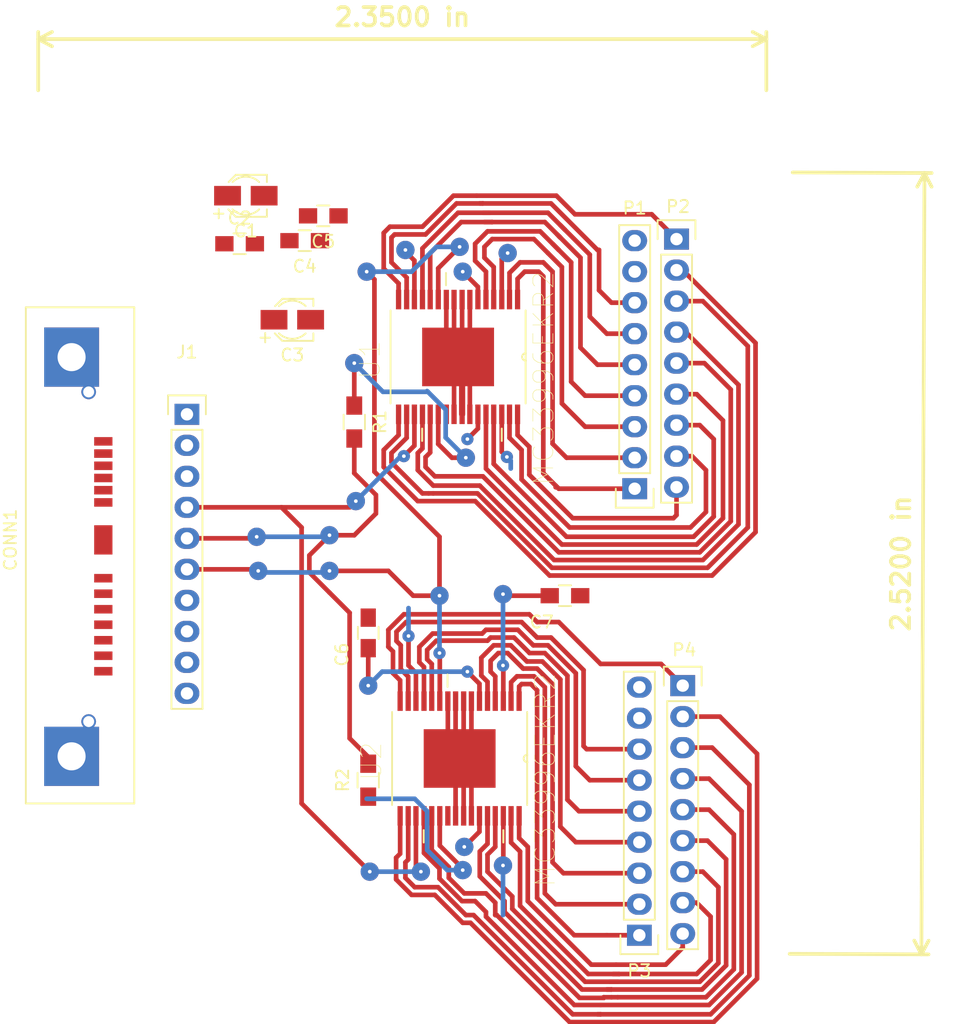
<source format=kicad_pcb>
(kicad_pcb (version 4) (host pcbnew 4.0.6-e0-6349~53~ubuntu14.04.1)

  (general
    (links 94)
    (no_connects 39)
    (area 0 0 0 0)
    (thickness 1.6)
    (drawings 2)
    (tracks 533)
    (zones 0)
    (modules 17)
    (nets 45)
  )

  (page A4)
  (layers
    (0 F.Cu signal)
    (31 B.Cu signal)
    (32 B.Adhes user)
    (33 F.Adhes user)
    (34 B.Paste user)
    (35 F.Paste user)
    (36 B.SilkS user)
    (37 F.SilkS user)
    (38 B.Mask user)
    (39 F.Mask user)
    (40 Dwgs.User user)
    (41 Cmts.User user)
    (42 Eco1.User user)
    (43 Eco2.User user)
    (44 Edge.Cuts user)
    (45 Margin user)
    (46 B.CrtYd user)
    (47 F.CrtYd user)
    (48 B.Fab user)
    (49 F.Fab user)
  )

  (setup
    (last_trace_width 0.25)
    (user_trace_width 0.35)
    (user_trace_width 0.381)
    (user_trace_width 0.5)
    (user_trace_width 0.508)
    (user_trace_width 0.635)
    (user_trace_width 0.762)
    (trace_clearance 0.2)
    (zone_clearance 0.508)
    (zone_45_only no)
    (trace_min 0.2)
    (segment_width 0.2)
    (edge_width 0.15)
    (via_size 0.6)
    (via_drill 0.4)
    (via_min_size 0.4)
    (via_min_drill 0.3)
    (user_via 0.8 0.3)
    (user_via 1 0.3)
    (user_via 1.5 0.3)
    (uvia_size 0.3)
    (uvia_drill 0.1)
    (uvias_allowed no)
    (uvia_min_size 0.2)
    (uvia_min_drill 0.1)
    (pcb_text_width 0.3)
    (pcb_text_size 1.5 1.5)
    (mod_edge_width 0.15)
    (mod_text_size 1 1)
    (mod_text_width 0.15)
    (pad_size 1.524 1.524)
    (pad_drill 0.762)
    (pad_to_mask_clearance 0.2)
    (aux_axis_origin 0 0)
    (visible_elements 7FFFFFFF)
    (pcbplotparams
      (layerselection 0x00030_80000001)
      (usegerberextensions false)
      (excludeedgelayer true)
      (linewidth 0.100000)
      (plotframeref false)
      (viasonmask false)
      (mode 1)
      (useauxorigin false)
      (hpglpennumber 1)
      (hpglpenspeed 20)
      (hpglpendiameter 15)
      (hpglpenoverlay 2)
      (psnegative false)
      (psa4output false)
      (plotreference true)
      (plotvalue true)
      (plotinvisibletext false)
      (padsonsilk false)
      (subtractmaskfromsilk false)
      (outputformat 1)
      (mirror false)
      (drillshape 0)
      (scaleselection 1)
      (outputdirectory "/home/jarias/Escritorio/Pasantia/Desarrollo/Hardware /Cendit11713-v2/PortExpandeMC33996/"))
  )

  (net 0 "")
  (net 1 GNDPWR)
  (net 2 VPP)
  (net 3 VCC)
  (net 4 /PWM)
  (net 5 //RESET)
  (net 6 //CSY)
  (net 7 //CSX)
  (net 8 /SCLK)
  (net 9 /MISO)
  (net 10 /MOSI)
  (net 11 /PX0)
  (net 12 /PX1)
  (net 13 /PX2)
  (net 14 /PX3)
  (net 15 /PX4)
  (net 16 /PX5)
  (net 17 /PX6)
  (net 18 /PX7)
  (net 19 /PX8)
  (net 20 /PX9)
  (net 21 /PX10)
  (net 22 /PX11)
  (net 23 /PX12)
  (net 24 /PX13)
  (net 25 /PX14)
  (net 26 /PX15)
  (net 27 /PY0)
  (net 28 /PY1)
  (net 29 /PY2)
  (net 30 /PY3)
  (net 31 /PY4)
  (net 32 /PY5)
  (net 33 /PY6)
  (net 34 /PY7)
  (net 35 /PY8)
  (net 36 /PY9)
  (net 37 /PY10)
  (net 38 /PY11)
  (net 39 /PY12)
  (net 40 /PY13)
  (net 41 /PY14)
  (net 42 /PY15)
  (net 43 "Net-(R1-Pad1)")
  (net 44 "Net-(R2-Pad1)")

  (net_class Default "Esta es la clase de red por defecto."
    (clearance 0.2)
    (trace_width 0.25)
    (via_dia 0.6)
    (via_drill 0.4)
    (uvia_dia 0.3)
    (uvia_drill 0.1)
    (add_net //CSX)
    (add_net //CSY)
    (add_net //RESET)
    (add_net /MISO)
    (add_net /MOSI)
    (add_net /PWM)
    (add_net /PX0)
    (add_net /PX1)
    (add_net /PX10)
    (add_net /PX11)
    (add_net /PX12)
    (add_net /PX13)
    (add_net /PX14)
    (add_net /PX15)
    (add_net /PX2)
    (add_net /PX3)
    (add_net /PX4)
    (add_net /PX5)
    (add_net /PX6)
    (add_net /PX7)
    (add_net /PX8)
    (add_net /PX9)
    (add_net /PY0)
    (add_net /PY1)
    (add_net /PY10)
    (add_net /PY11)
    (add_net /PY12)
    (add_net /PY13)
    (add_net /PY14)
    (add_net /PY15)
    (add_net /PY2)
    (add_net /PY3)
    (add_net /PY4)
    (add_net /PY5)
    (add_net /PY6)
    (add_net /PY7)
    (add_net /PY8)
    (add_net /PY9)
    (add_net /SCLK)
    (add_net GNDPWR)
    (add_net "Net-(R1-Pad1)")
    (add_net "Net-(R2-Pad1)")
    (add_net VCC)
    (add_net VPP)
  )

  (module LibreriaKicad:MC33996EKR2 (layer F.Cu) (tedit 0) (tstamp 59DED7FF)
    (at 129.667 102.108 270)
    (path /59BAD405)
    (attr smd)
    (fp_text reference U1 (at 0.229001 7.22627 270) (layer F.SilkS)
      (effects (font (size 1.64288 1.64288) (thickness 0.05)))
    )
    (fp_text value MC33996EKR2 (at 1.75277 -7.01108 270) (layer F.SilkS)
      (effects (font (size 1.64016 1.64016) (thickness 0.05)))
    )
    (fp_line (start -5.8674 0.9906) (end -6.8834 0.9906) (layer F.SilkS) (width 0.1524))
    (fp_line (start 6.8834 2.9464) (end 5.8674 2.9464) (layer F.SilkS) (width 0.1524))
    (fp_line (start 6.8834 -3.5814) (end 5.8674 -3.5814) (layer F.SilkS) (width 0.1524))
    (fp_line (start -3.81 5.5372) (end 3.81 5.5372) (layer F.SilkS) (width 0.1524))
    (fp_line (start 3.81 -5.5372) (end -0.3048 -5.5372) (layer F.SilkS) (width 0.1524))
    (fp_line (start -0.3048 -5.5372) (end -3.81 -5.5372) (layer F.SilkS) (width 0.1524))
    (fp_arc (start 0 -5.5499) (end -0.3048 -5.5372) (angle -180) (layer F.SilkS) (width 0.1524))
    (fp_line (start -3.81 -4.699) (end -3.81 -5.0546) (layer Dwgs.User) (width 0))
    (fp_line (start -3.81 -5.0546) (end -5.1562 -5.0546) (layer Dwgs.User) (width 0))
    (fp_line (start -5.1562 -5.0546) (end -5.1562 -4.699) (layer Dwgs.User) (width 0))
    (fp_line (start -5.1562 -4.699) (end -3.81 -4.699) (layer Dwgs.User) (width 0))
    (fp_line (start -3.81 -4.0386) (end -3.81 -4.4196) (layer Dwgs.User) (width 0))
    (fp_line (start -3.81 -4.4196) (end -5.1562 -4.4196) (layer Dwgs.User) (width 0))
    (fp_line (start -5.1562 -4.4196) (end -5.1562 -4.0386) (layer Dwgs.User) (width 0))
    (fp_line (start -5.1562 -4.0386) (end -3.81 -4.0386) (layer Dwgs.User) (width 0))
    (fp_line (start -3.81 -3.3782) (end -3.81 -3.7592) (layer Dwgs.User) (width 0))
    (fp_line (start -3.81 -3.7592) (end -5.1562 -3.7592) (layer Dwgs.User) (width 0))
    (fp_line (start -5.1562 -3.7592) (end -5.1562 -3.3782) (layer Dwgs.User) (width 0))
    (fp_line (start -5.1562 -3.3782) (end -3.81 -3.3782) (layer Dwgs.User) (width 0))
    (fp_line (start -3.81 -2.7432) (end -3.81 -3.1242) (layer Dwgs.User) (width 0))
    (fp_line (start -3.81 -3.1242) (end -5.1562 -3.1242) (layer Dwgs.User) (width 0))
    (fp_line (start -5.1562 -3.1242) (end -5.1562 -2.7432) (layer Dwgs.User) (width 0))
    (fp_line (start -5.1562 -2.7432) (end -3.81 -2.7432) (layer Dwgs.User) (width 0))
    (fp_line (start -3.81 -2.0828) (end -3.81 -2.4638) (layer Dwgs.User) (width 0))
    (fp_line (start -3.81 -2.4638) (end -5.1562 -2.4638) (layer Dwgs.User) (width 0))
    (fp_line (start -5.1562 -2.4638) (end -5.1562 -2.0828) (layer Dwgs.User) (width 0))
    (fp_line (start -5.1562 -2.0828) (end -3.81 -2.0828) (layer Dwgs.User) (width 0))
    (fp_line (start -3.81 -1.4478) (end -3.81 -1.8034) (layer Dwgs.User) (width 0))
    (fp_line (start -3.81 -1.8034) (end -5.1562 -1.8034) (layer Dwgs.User) (width 0))
    (fp_line (start -5.1562 -1.8034) (end -5.1562 -1.4478) (layer Dwgs.User) (width 0))
    (fp_line (start -5.1562 -1.4478) (end -3.81 -1.4478) (layer Dwgs.User) (width 0))
    (fp_line (start -3.81 -0.7874) (end -3.81 -1.1684) (layer Dwgs.User) (width 0))
    (fp_line (start -3.81 -1.1684) (end -5.1562 -1.1684) (layer Dwgs.User) (width 0))
    (fp_line (start -5.1562 -1.1684) (end -5.1562 -0.7874) (layer Dwgs.User) (width 0))
    (fp_line (start -5.1562 -0.7874) (end -3.81 -0.7874) (layer Dwgs.User) (width 0))
    (fp_line (start -3.81 -0.127) (end -3.81 -0.508) (layer Dwgs.User) (width 0))
    (fp_line (start -3.81 -0.508) (end -5.1562 -0.508) (layer Dwgs.User) (width 0))
    (fp_line (start -5.1562 -0.508) (end -5.1562 -0.127) (layer Dwgs.User) (width 0))
    (fp_line (start -5.1562 -0.127) (end -3.81 -0.127) (layer Dwgs.User) (width 0))
    (fp_line (start -3.81 0.508) (end -3.81 0.127) (layer Dwgs.User) (width 0))
    (fp_line (start -3.81 0.127) (end -5.1562 0.127) (layer Dwgs.User) (width 0))
    (fp_line (start -5.1562 0.127) (end -5.1562 0.508) (layer Dwgs.User) (width 0))
    (fp_line (start -5.1562 0.508) (end -3.81 0.508) (layer Dwgs.User) (width 0))
    (fp_line (start -3.81 1.1684) (end -3.81 0.7874) (layer Dwgs.User) (width 0))
    (fp_line (start -3.81 0.7874) (end -5.1562 0.7874) (layer Dwgs.User) (width 0))
    (fp_line (start -5.1562 0.7874) (end -5.1562 1.1684) (layer Dwgs.User) (width 0))
    (fp_line (start -5.1562 1.1684) (end -3.81 1.1684) (layer Dwgs.User) (width 0))
    (fp_line (start -3.81 1.8034) (end -3.81 1.4478) (layer Dwgs.User) (width 0))
    (fp_line (start -3.81 1.4478) (end -5.1562 1.4478) (layer Dwgs.User) (width 0))
    (fp_line (start -5.1562 1.4478) (end -5.1562 1.8034) (layer Dwgs.User) (width 0))
    (fp_line (start -5.1562 1.8034) (end -3.81 1.8034) (layer Dwgs.User) (width 0))
    (fp_line (start -3.81 2.4638) (end -3.81 2.0828) (layer Dwgs.User) (width 0))
    (fp_line (start -3.81 2.0828) (end -5.1562 2.0828) (layer Dwgs.User) (width 0))
    (fp_line (start -5.1562 2.0828) (end -5.1562 2.4638) (layer Dwgs.User) (width 0))
    (fp_line (start -5.1562 2.4638) (end -3.81 2.4638) (layer Dwgs.User) (width 0))
    (fp_line (start -3.81 3.1242) (end -3.81 2.7432) (layer Dwgs.User) (width 0))
    (fp_line (start -3.81 2.7432) (end -5.1562 2.7432) (layer Dwgs.User) (width 0))
    (fp_line (start -5.1562 2.7432) (end -5.1562 3.1242) (layer Dwgs.User) (width 0))
    (fp_line (start -5.1562 3.1242) (end -3.81 3.1242) (layer Dwgs.User) (width 0))
    (fp_line (start -3.81 3.7592) (end -3.81 3.3782) (layer Dwgs.User) (width 0))
    (fp_line (start -3.81 3.3782) (end -5.1562 3.3782) (layer Dwgs.User) (width 0))
    (fp_line (start -5.1562 3.3782) (end -5.1562 3.7592) (layer Dwgs.User) (width 0))
    (fp_line (start -5.1562 3.7592) (end -3.81 3.7592) (layer Dwgs.User) (width 0))
    (fp_line (start -3.81 4.4196) (end -3.81 4.0386) (layer Dwgs.User) (width 0))
    (fp_line (start -3.81 4.0386) (end -5.1562 4.0386) (layer Dwgs.User) (width 0))
    (fp_line (start -5.1562 4.0386) (end -5.1562 4.4196) (layer Dwgs.User) (width 0))
    (fp_line (start -5.1562 4.4196) (end -3.81 4.4196) (layer Dwgs.User) (width 0))
    (fp_line (start -3.81 5.0546) (end -3.81 4.699) (layer Dwgs.User) (width 0))
    (fp_line (start -3.81 4.699) (end -5.1562 4.699) (layer Dwgs.User) (width 0))
    (fp_line (start -5.1562 4.699) (end -5.1562 5.0546) (layer Dwgs.User) (width 0))
    (fp_line (start -5.1562 5.0546) (end -3.81 5.0546) (layer Dwgs.User) (width 0))
    (fp_line (start 3.81 4.699) (end 3.81 5.0546) (layer Dwgs.User) (width 0))
    (fp_line (start 3.81 5.0546) (end 5.1562 5.0546) (layer Dwgs.User) (width 0))
    (fp_line (start 5.1562 5.0546) (end 5.1562 4.699) (layer Dwgs.User) (width 0))
    (fp_line (start 5.1562 4.699) (end 3.81 4.699) (layer Dwgs.User) (width 0))
    (fp_line (start 3.81 4.0386) (end 3.81 4.4196) (layer Dwgs.User) (width 0))
    (fp_line (start 3.81 4.4196) (end 5.1562 4.4196) (layer Dwgs.User) (width 0))
    (fp_line (start 5.1562 4.4196) (end 5.1562 4.0386) (layer Dwgs.User) (width 0))
    (fp_line (start 5.1562 4.0386) (end 3.81 4.0386) (layer Dwgs.User) (width 0))
    (fp_line (start 3.81 3.3782) (end 3.81 3.7592) (layer Dwgs.User) (width 0))
    (fp_line (start 3.81 3.7592) (end 5.1562 3.7592) (layer Dwgs.User) (width 0))
    (fp_line (start 5.1562 3.7592) (end 5.1562 3.3782) (layer Dwgs.User) (width 0))
    (fp_line (start 5.1562 3.3782) (end 3.81 3.3782) (layer Dwgs.User) (width 0))
    (fp_line (start 3.81 2.7432) (end 3.81 3.1242) (layer Dwgs.User) (width 0))
    (fp_line (start 3.81 3.1242) (end 5.1562 3.1242) (layer Dwgs.User) (width 0))
    (fp_line (start 5.1562 3.1242) (end 5.1562 2.7432) (layer Dwgs.User) (width 0))
    (fp_line (start 5.1562 2.7432) (end 3.81 2.7432) (layer Dwgs.User) (width 0))
    (fp_line (start 3.81 2.0828) (end 3.81 2.4638) (layer Dwgs.User) (width 0))
    (fp_line (start 3.81 2.4638) (end 5.1562 2.4638) (layer Dwgs.User) (width 0))
    (fp_line (start 5.1562 2.4638) (end 5.1562 2.0828) (layer Dwgs.User) (width 0))
    (fp_line (start 5.1562 2.0828) (end 3.81 2.0828) (layer Dwgs.User) (width 0))
    (fp_line (start 3.81 1.4478) (end 3.81 1.8034) (layer Dwgs.User) (width 0))
    (fp_line (start 3.81 1.8034) (end 5.1562 1.8034) (layer Dwgs.User) (width 0))
    (fp_line (start 5.1562 1.8034) (end 5.1562 1.4478) (layer Dwgs.User) (width 0))
    (fp_line (start 5.1562 1.4478) (end 3.81 1.4478) (layer Dwgs.User) (width 0))
    (fp_line (start 3.81 0.7874) (end 3.81 1.1684) (layer Dwgs.User) (width 0))
    (fp_line (start 3.81 1.1684) (end 5.1562 1.1684) (layer Dwgs.User) (width 0))
    (fp_line (start 5.1562 1.1684) (end 5.1562 0.7874) (layer Dwgs.User) (width 0))
    (fp_line (start 5.1562 0.7874) (end 3.81 0.7874) (layer Dwgs.User) (width 0))
    (fp_line (start 3.81 0.127) (end 3.81 0.508) (layer Dwgs.User) (width 0))
    (fp_line (start 3.81 0.508) (end 5.1562 0.508) (layer Dwgs.User) (width 0))
    (fp_line (start 5.1562 0.508) (end 5.1562 0.127) (layer Dwgs.User) (width 0))
    (fp_line (start 5.1562 0.127) (end 3.81 0.127) (layer Dwgs.User) (width 0))
    (fp_line (start 3.81 -0.508) (end 3.81 -0.127) (layer Dwgs.User) (width 0))
    (fp_line (start 3.81 -0.127) (end 5.1562 -0.127) (layer Dwgs.User) (width 0))
    (fp_line (start 5.1562 -0.127) (end 5.1562 -0.508) (layer Dwgs.User) (width 0))
    (fp_line (start 5.1562 -0.508) (end 3.81 -0.508) (layer Dwgs.User) (width 0))
    (fp_line (start 3.81 -1.1684) (end 3.81 -0.7874) (layer Dwgs.User) (width 0))
    (fp_line (start 3.81 -0.7874) (end 5.1562 -0.7874) (layer Dwgs.User) (width 0))
    (fp_line (start 5.1562 -0.7874) (end 5.1562 -1.1684) (layer Dwgs.User) (width 0))
    (fp_line (start 5.1562 -1.1684) (end 3.81 -1.1684) (layer Dwgs.User) (width 0))
    (fp_line (start 3.81 -1.8034) (end 3.81 -1.4478) (layer Dwgs.User) (width 0))
    (fp_line (start 3.81 -1.4478) (end 5.1562 -1.4478) (layer Dwgs.User) (width 0))
    (fp_line (start 5.1562 -1.4478) (end 5.1562 -1.8034) (layer Dwgs.User) (width 0))
    (fp_line (start 5.1562 -1.8034) (end 3.81 -1.8034) (layer Dwgs.User) (width 0))
    (fp_line (start 3.81 -2.4638) (end 3.81 -2.0828) (layer Dwgs.User) (width 0))
    (fp_line (start 3.81 -2.0828) (end 5.1562 -2.0828) (layer Dwgs.User) (width 0))
    (fp_line (start 5.1562 -2.0828) (end 5.1562 -2.4638) (layer Dwgs.User) (width 0))
    (fp_line (start 5.1562 -2.4638) (end 3.81 -2.4638) (layer Dwgs.User) (width 0))
    (fp_line (start 3.81 -3.1242) (end 3.81 -2.7432) (layer Dwgs.User) (width 0))
    (fp_line (start 3.81 -2.7432) (end 5.1562 -2.7432) (layer Dwgs.User) (width 0))
    (fp_line (start 5.1562 -2.7432) (end 5.1562 -3.1242) (layer Dwgs.User) (width 0))
    (fp_line (start 5.1562 -3.1242) (end 3.81 -3.1242) (layer Dwgs.User) (width 0))
    (fp_line (start 3.81 -3.7592) (end 3.81 -3.3782) (layer Dwgs.User) (width 0))
    (fp_line (start 3.81 -3.3782) (end 5.1562 -3.3782) (layer Dwgs.User) (width 0))
    (fp_line (start 5.1562 -3.3782) (end 5.1562 -3.7592) (layer Dwgs.User) (width 0))
    (fp_line (start 5.1562 -3.7592) (end 3.81 -3.7592) (layer Dwgs.User) (width 0))
    (fp_line (start 3.81 -4.4196) (end 3.81 -4.0386) (layer Dwgs.User) (width 0))
    (fp_line (start 3.81 -4.0386) (end 5.1562 -4.0386) (layer Dwgs.User) (width 0))
    (fp_line (start 5.1562 -4.0386) (end 5.1562 -4.4196) (layer Dwgs.User) (width 0))
    (fp_line (start 5.1562 -4.4196) (end 3.81 -4.4196) (layer Dwgs.User) (width 0))
    (fp_line (start 3.81 -5.0546) (end 3.81 -4.699) (layer Dwgs.User) (width 0))
    (fp_line (start 3.81 -4.699) (end 5.1562 -4.699) (layer Dwgs.User) (width 0))
    (fp_line (start 5.1562 -4.699) (end 5.1562 -5.0546) (layer Dwgs.User) (width 0))
    (fp_line (start 5.1562 -5.0546) (end 3.81 -5.0546) (layer Dwgs.User) (width 0))
    (fp_line (start -3.81 5.5372) (end 3.81 5.5372) (layer Dwgs.User) (width 0))
    (fp_line (start 3.81 5.5372) (end 3.81 -5.5372) (layer Dwgs.User) (width 0))
    (fp_line (start 3.81 -5.5372) (end -0.3048 -5.5372) (layer Dwgs.User) (width 0))
    (fp_line (start -0.3048 -5.5372) (end -3.81 -5.5372) (layer Dwgs.User) (width 0))
    (fp_line (start -3.81 -5.5372) (end -3.81 5.5372) (layer Dwgs.User) (width 0))
    (fp_arc (start 0 -5.5499) (end -0.3048 -5.5372) (angle -180) (layer Dwgs.User) (width 0))
    (pad 1 smd rect (at -4.699 -4.8768 270) (size 1.6002 0.4318) (layers F.Cu F.Paste F.Mask)
      (net 11 /PX0))
    (pad 2 smd rect (at -4.699 -4.2164 270) (size 1.6002 0.4318) (layers F.Cu F.Paste F.Mask)
      (net 12 /PX1))
    (pad 3 smd rect (at -4.699 -3.5814 270) (size 1.6002 0.4318) (layers F.Cu F.Paste F.Mask)
      (net 3 VCC))
    (pad 4 smd rect (at -4.699 -2.921 270) (size 1.6002 0.4318) (layers F.Cu F.Paste F.Mask)
      (net 13 /PX2))
    (pad 5 smd rect (at -4.699 -2.286 270) (size 1.6002 0.4318) (layers F.Cu F.Paste F.Mask)
      (net 14 /PX3))
    (pad 6 smd rect (at -4.699 -1.6256 270) (size 1.6002 0.4318) (layers F.Cu F.Paste F.Mask)
      (net 2 VPP))
    (pad 7 smd rect (at -4.699 -0.9652 270) (size 1.6002 0.4318) (layers F.Cu F.Paste F.Mask)
      (net 1 GNDPWR))
    (pad 8 smd rect (at -4.699 -0.3302 270) (size 1.6002 0.4318) (layers F.Cu F.Paste F.Mask)
      (net 1 GNDPWR))
    (pad 9 smd rect (at -4.699 0.3302 270) (size 1.6002 0.4318) (layers F.Cu F.Paste F.Mask)
      (net 1 GNDPWR))
    (pad 10 smd rect (at -4.699 0.9652 270) (size 1.6002 0.4318) (layers F.Cu F.Paste F.Mask)
      (net 1 GNDPWR))
    (pad 11 smd rect (at -4.699 1.6256 270) (size 1.6002 0.4318) (layers F.Cu F.Paste F.Mask)
      (net 8 /SCLK))
    (pad 12 smd rect (at -4.699 2.286 270) (size 1.6002 0.4318) (layers F.Cu F.Paste F.Mask)
      (net 15 /PX4))
    (pad 13 smd rect (at -4.699 2.921 270) (size 1.6002 0.4318) (layers F.Cu F.Paste F.Mask)
      (net 16 /PX5))
    (pad 14 smd rect (at -4.699 3.5814 270) (size 1.6002 0.4318) (layers F.Cu F.Paste F.Mask)
      (net 7 //CSX))
    (pad 15 smd rect (at -4.699 4.2164 270) (size 1.6002 0.4318) (layers F.Cu F.Paste F.Mask)
      (net 17 /PX6))
    (pad 16 smd rect (at -4.699 4.8768 270) (size 1.6002 0.4318) (layers F.Cu F.Paste F.Mask)
      (net 18 /PX7))
    (pad 17 smd rect (at 4.699 4.8768 270) (size 1.6002 0.4318) (layers F.Cu F.Paste F.Mask)
      (net 19 /PX8))
    (pad 18 smd rect (at 4.699 4.2164 270) (size 1.6002 0.4318) (layers F.Cu F.Paste F.Mask)
      (net 20 /PX9))
    (pad 19 smd rect (at 4.699 3.5814 270) (size 1.6002 0.4318) (layers F.Cu F.Paste F.Mask)
      (net 10 /MOSI))
    (pad 20 smd rect (at 4.699 2.921 270) (size 1.6002 0.4318) (layers F.Cu F.Paste F.Mask)
      (net 21 /PX10))
    (pad 21 smd rect (at 4.699 2.286 270) (size 1.6002 0.4318) (layers F.Cu F.Paste F.Mask)
      (net 22 /PX11))
    (pad 22 smd rect (at 4.699 1.6256 270) (size 1.6002 0.4318) (layers F.Cu F.Paste F.Mask)
      (net 43 "Net-(R1-Pad1)"))
    (pad 23 smd rect (at 4.699 0.9652 270) (size 1.6002 0.4318) (layers F.Cu F.Paste F.Mask))
    (pad 24 smd rect (at 4.699 0.3302 270) (size 1.6002 0.4318) (layers F.Cu F.Paste F.Mask)
      (net 1 GNDPWR))
    (pad 25 smd rect (at 4.699 -0.3302 270) (size 1.6002 0.4318) (layers F.Cu F.Paste F.Mask)
      (net 1 GNDPWR))
    (pad 26 smd rect (at 4.699 -0.9652 270) (size 1.6002 0.4318) (layers F.Cu F.Paste F.Mask)
      (net 1 GNDPWR))
    (pad 27 smd rect (at 4.699 -1.6256 270) (size 1.6002 0.4318) (layers F.Cu F.Paste F.Mask)
      (net 5 //RESET))
    (pad 28 smd rect (at 4.699 -2.286 270) (size 1.6002 0.4318) (layers F.Cu F.Paste F.Mask)
      (net 23 /PX12))
    (pad 29 smd rect (at 4.699 -2.921 270) (size 1.6002 0.4318) (layers F.Cu F.Paste F.Mask)
      (net 24 /PX13))
    (pad 30 smd rect (at 4.699 -3.5814 270) (size 1.6002 0.4318) (layers F.Cu F.Paste F.Mask)
      (net 4 /PWM))
    (pad 31 smd rect (at 4.699 -4.2164 270) (size 1.6002 0.4318) (layers F.Cu F.Paste F.Mask)
      (net 25 /PX14))
    (pad 32 smd rect (at 4.699 -4.8768 270) (size 1.6002 0.4318) (layers F.Cu F.Paste F.Mask)
      (net 26 /PX15))
    (pad 33 smd rect (at 0 0 270) (size 4.8006 5.8928) (layers F.Cu F.Paste F.Mask)
      (net 1 GNDPWR))
  )

  (module Capacitors_SMD:c_elec_3x5.3 (layer F.Cu) (tedit 57FA3E93) (tstamp 59DED752)
    (at 112.268 88.9)
    (descr "SMT capacitor, aluminium electrolytic, 3x5.3")
    (path /59BB0FF4)
    (attr smd)
    (fp_text reference C1 (at 0 2.8956) (layer F.SilkS)
      (effects (font (size 1 1) (thickness 0.15)))
    )
    (fp_text value 10uF (at -0.0254 -2.8956) (layer F.Fab)
      (effects (font (size 1 1) (thickness 0.15)))
    )
    (fp_line (start -1.5621 -0.7493) (end -1.5621 0.7747) (layer F.Fab) (width 0.15))
    (fp_line (start -0.7493 -1.5621) (end -1.5621 -0.7493) (layer F.Fab) (width 0.15))
    (fp_line (start -0.762 1.5748) (end -1.5621 0.7747) (layer F.Fab) (width 0.15))
    (fp_line (start 1.5748 1.5748) (end 1.5748 -1.5621) (layer F.Fab) (width 0.15))
    (fp_line (start 1.5621 1.5748) (end -0.762 1.5748) (layer F.Fab) (width 0.15))
    (fp_line (start 1.5748 -1.5621) (end -0.7493 -1.5621) (layer F.Fab) (width 0.15))
    (fp_line (start -0.8255 1.7272) (end -1.4351 1.1176) (layer F.SilkS) (width 0.15))
    (fp_line (start 1.7272 1.7272) (end 1.7272 1.1176) (layer F.SilkS) (width 0.15))
    (fp_line (start -0.8128 -1.7145) (end -1.4097 -1.1176) (layer F.SilkS) (width 0.15))
    (fp_line (start 1.7272 -1.7145) (end 1.7272 -1.1176) (layer F.SilkS) (width 0.15))
    (fp_text user + (at -0.9398 -0.0762) (layer F.Fab)
      (effects (font (size 1 1) (thickness 0.15)))
    )
    (fp_text user + (at -2.2225 1.397) (layer F.SilkS)
      (effects (font (size 1 1) (thickness 0.15)))
    )
    (fp_arc (start 0 0) (end -1.0922 -1.1176) (angle 88.7) (layer F.SilkS) (width 0.15))
    (fp_arc (start 0 0) (end 1.0922 1.1176) (angle 88.7) (layer F.SilkS) (width 0.15))
    (fp_line (start -2.8 2.05) (end 2.8 2.05) (layer F.CrtYd) (width 0.05))
    (fp_line (start 2.8 2.05) (end 2.8 -2.05) (layer F.CrtYd) (width 0.05))
    (fp_line (start 2.8 -2.05) (end -2.8 -2.05) (layer F.CrtYd) (width 0.05))
    (fp_line (start -2.8 -2.05) (end -2.8 2.05) (layer F.CrtYd) (width 0.05))
    (fp_line (start -0.8255 1.7272) (end 1.7145 1.7272) (layer F.SilkS) (width 0.15))
    (fp_line (start 1.7272 -1.7145) (end -0.8128 -1.7145) (layer F.SilkS) (width 0.15))
    (pad 2 smd rect (at 1.5 0) (size 2.2 1.6) (layers F.Cu F.Paste F.Mask)
      (net 1 GNDPWR))
    (pad 1 smd rect (at -1.5 0) (size 2.2 1.6) (layers F.Cu F.Paste F.Mask)
      (net 2 VPP))
    (model Capacitors_SMD.3dshapes/c_elec_3x5.3.wrl
      (at (xyz 0 0 0))
      (scale (xyz 1 1 1))
      (rotate (xyz 0 0 180))
    )
  )

  (module Capacitors_SMD:C_0805_HandSoldering (layer F.Cu) (tedit 541A9B8D) (tstamp 59DED758)
    (at 111.76 92.837)
    (descr "Capacitor SMD 0805, hand soldering")
    (tags "capacitor 0805")
    (path /59BB1591)
    (attr smd)
    (fp_text reference C2 (at 0 -2.1) (layer F.SilkS)
      (effects (font (size 1 1) (thickness 0.15)))
    )
    (fp_text value 0.1uF (at 0 2.1) (layer F.Fab)
      (effects (font (size 1 1) (thickness 0.15)))
    )
    (fp_line (start -1 0.625) (end -1 -0.625) (layer F.Fab) (width 0.15))
    (fp_line (start 1 0.625) (end -1 0.625) (layer F.Fab) (width 0.15))
    (fp_line (start 1 -0.625) (end 1 0.625) (layer F.Fab) (width 0.15))
    (fp_line (start -1 -0.625) (end 1 -0.625) (layer F.Fab) (width 0.15))
    (fp_line (start -2.3 -1) (end 2.3 -1) (layer F.CrtYd) (width 0.05))
    (fp_line (start -2.3 1) (end 2.3 1) (layer F.CrtYd) (width 0.05))
    (fp_line (start -2.3 -1) (end -2.3 1) (layer F.CrtYd) (width 0.05))
    (fp_line (start 2.3 -1) (end 2.3 1) (layer F.CrtYd) (width 0.05))
    (fp_line (start 0.5 -0.85) (end -0.5 -0.85) (layer F.SilkS) (width 0.15))
    (fp_line (start -0.5 0.85) (end 0.5 0.85) (layer F.SilkS) (width 0.15))
    (pad 1 smd rect (at -1.25 0) (size 1.5 1.25) (layers F.Cu F.Paste F.Mask)
      (net 2 VPP))
    (pad 2 smd rect (at 1.25 0) (size 1.5 1.25) (layers F.Cu F.Paste F.Mask)
      (net 1 GNDPWR))
    (model Capacitors_SMD.3dshapes/C_0805_HandSoldering.wrl
      (at (xyz 0 0 0))
      (scale (xyz 1 1 1))
      (rotate (xyz 0 0 0))
    )
  )

  (module Capacitors_SMD:c_elec_3x5.3 (layer F.Cu) (tedit 57FA3E93) (tstamp 59DED75E)
    (at 116.078 99.06)
    (descr "SMT capacitor, aluminium electrolytic, 3x5.3")
    (path /59DD3E8B)
    (attr smd)
    (fp_text reference C3 (at 0 2.8956) (layer F.SilkS)
      (effects (font (size 1 1) (thickness 0.15)))
    )
    (fp_text value 10uF (at -0.0254 -2.8956) (layer F.Fab)
      (effects (font (size 1 1) (thickness 0.15)))
    )
    (fp_line (start -1.5621 -0.7493) (end -1.5621 0.7747) (layer F.Fab) (width 0.15))
    (fp_line (start -0.7493 -1.5621) (end -1.5621 -0.7493) (layer F.Fab) (width 0.15))
    (fp_line (start -0.762 1.5748) (end -1.5621 0.7747) (layer F.Fab) (width 0.15))
    (fp_line (start 1.5748 1.5748) (end 1.5748 -1.5621) (layer F.Fab) (width 0.15))
    (fp_line (start 1.5621 1.5748) (end -0.762 1.5748) (layer F.Fab) (width 0.15))
    (fp_line (start 1.5748 -1.5621) (end -0.7493 -1.5621) (layer F.Fab) (width 0.15))
    (fp_line (start -0.8255 1.7272) (end -1.4351 1.1176) (layer F.SilkS) (width 0.15))
    (fp_line (start 1.7272 1.7272) (end 1.7272 1.1176) (layer F.SilkS) (width 0.15))
    (fp_line (start -0.8128 -1.7145) (end -1.4097 -1.1176) (layer F.SilkS) (width 0.15))
    (fp_line (start 1.7272 -1.7145) (end 1.7272 -1.1176) (layer F.SilkS) (width 0.15))
    (fp_text user + (at -0.9398 -0.0762) (layer F.Fab)
      (effects (font (size 1 1) (thickness 0.15)))
    )
    (fp_text user + (at -2.2225 1.397) (layer F.SilkS)
      (effects (font (size 1 1) (thickness 0.15)))
    )
    (fp_arc (start 0 0) (end -1.0922 -1.1176) (angle 88.7) (layer F.SilkS) (width 0.15))
    (fp_arc (start 0 0) (end 1.0922 1.1176) (angle 88.7) (layer F.SilkS) (width 0.15))
    (fp_line (start -2.8 2.05) (end 2.8 2.05) (layer F.CrtYd) (width 0.05))
    (fp_line (start 2.8 2.05) (end 2.8 -2.05) (layer F.CrtYd) (width 0.05))
    (fp_line (start 2.8 -2.05) (end -2.8 -2.05) (layer F.CrtYd) (width 0.05))
    (fp_line (start -2.8 -2.05) (end -2.8 2.05) (layer F.CrtYd) (width 0.05))
    (fp_line (start -0.8255 1.7272) (end 1.7145 1.7272) (layer F.SilkS) (width 0.15))
    (fp_line (start 1.7272 -1.7145) (end -0.8128 -1.7145) (layer F.SilkS) (width 0.15))
    (pad 2 smd rect (at 1.5 0) (size 2.2 1.6) (layers F.Cu F.Paste F.Mask)
      (net 1 GNDPWR))
    (pad 1 smd rect (at -1.5 0) (size 2.2 1.6) (layers F.Cu F.Paste F.Mask)
      (net 3 VCC))
    (model Capacitors_SMD.3dshapes/c_elec_3x5.3.wrl
      (at (xyz 0 0 0))
      (scale (xyz 1 1 1))
      (rotate (xyz 0 0 180))
    )
  )

  (module Capacitors_SMD:C_0805_HandSoldering (layer F.Cu) (tedit 541A9B8D) (tstamp 59DED76A)
    (at 118.618 90.551 180)
    (descr "Capacitor SMD 0805, hand soldering")
    (tags "capacitor 0805")
    (path /59BB13CD)
    (attr smd)
    (fp_text reference C5 (at 0 -2.1 180) (layer F.SilkS)
      (effects (font (size 1 1) (thickness 0.15)))
    )
    (fp_text value 0.1uF (at 0 2.1 180) (layer F.Fab)
      (effects (font (size 1 1) (thickness 0.15)))
    )
    (fp_line (start -1 0.625) (end -1 -0.625) (layer F.Fab) (width 0.15))
    (fp_line (start 1 0.625) (end -1 0.625) (layer F.Fab) (width 0.15))
    (fp_line (start 1 -0.625) (end 1 0.625) (layer F.Fab) (width 0.15))
    (fp_line (start -1 -0.625) (end 1 -0.625) (layer F.Fab) (width 0.15))
    (fp_line (start -2.3 -1) (end 2.3 -1) (layer F.CrtYd) (width 0.05))
    (fp_line (start -2.3 1) (end 2.3 1) (layer F.CrtYd) (width 0.05))
    (fp_line (start -2.3 -1) (end -2.3 1) (layer F.CrtYd) (width 0.05))
    (fp_line (start 2.3 -1) (end 2.3 1) (layer F.CrtYd) (width 0.05))
    (fp_line (start 0.5 -0.85) (end -0.5 -0.85) (layer F.SilkS) (width 0.15))
    (fp_line (start -0.5 0.85) (end 0.5 0.85) (layer F.SilkS) (width 0.15))
    (pad 1 smd rect (at -1.25 0 180) (size 1.5 1.25) (layers F.Cu F.Paste F.Mask)
      (net 3 VCC))
    (pad 2 smd rect (at 1.25 0 180) (size 1.5 1.25) (layers F.Cu F.Paste F.Mask)
      (net 1 GNDPWR))
    (model Capacitors_SMD.3dshapes/C_0805_HandSoldering.wrl
      (at (xyz 0 0 0))
      (scale (xyz 1 1 1))
      (rotate (xyz 0 0 0))
    )
  )

  (module Capacitors_SMD:C_0805_HandSoldering (layer F.Cu) (tedit 59DEE71A) (tstamp 59DED770)
    (at 122.301 124.714 90)
    (descr "Capacitor SMD 0805, hand soldering")
    (tags "capacitor 0805")
    (path /59BB0D1E)
    (attr smd)
    (fp_text reference C6 (at -1.778 -2.159 90) (layer F.SilkS)
      (effects (font (size 1 1) (thickness 0.15)))
    )
    (fp_text value 0.1uF (at 1.651 -2.159 90) (layer F.Fab)
      (effects (font (size 1 1) (thickness 0.15)))
    )
    (fp_line (start -1 0.625) (end -1 -0.625) (layer F.Fab) (width 0.15))
    (fp_line (start 1 0.625) (end -1 0.625) (layer F.Fab) (width 0.15))
    (fp_line (start 1 -0.625) (end 1 0.625) (layer F.Fab) (width 0.15))
    (fp_line (start -1 -0.625) (end 1 -0.625) (layer F.Fab) (width 0.15))
    (fp_line (start -2.3 -1) (end 2.3 -1) (layer F.CrtYd) (width 0.05))
    (fp_line (start -2.3 1) (end 2.3 1) (layer F.CrtYd) (width 0.05))
    (fp_line (start -2.3 -1) (end -2.3 1) (layer F.CrtYd) (width 0.05))
    (fp_line (start 2.3 -1) (end 2.3 1) (layer F.CrtYd) (width 0.05))
    (fp_line (start 0.5 -0.85) (end -0.5 -0.85) (layer F.SilkS) (width 0.15))
    (fp_line (start -0.5 0.85) (end 0.5 0.85) (layer F.SilkS) (width 0.15))
    (pad 1 smd rect (at -1.25 0 90) (size 1.5 1.25) (layers F.Cu F.Paste F.Mask)
      (net 2 VPP))
    (pad 2 smd rect (at 1.25 0 90) (size 1.5 1.25) (layers F.Cu F.Paste F.Mask)
      (net 1 GNDPWR))
    (model Capacitors_SMD.3dshapes/C_0805_HandSoldering.wrl
      (at (xyz 0 0 0))
      (scale (xyz 1 1 1))
      (rotate (xyz 0 0 0))
    )
  )

  (module Capacitors_SMD:C_0805_HandSoldering (layer F.Cu) (tedit 59DEE728) (tstamp 59DED776)
    (at 138.43 121.666)
    (descr "Capacitor SMD 0805, hand soldering")
    (tags "capacitor 0805")
    (path /59BB148F)
    (attr smd)
    (fp_text reference C7 (at -1.905 2.159) (layer F.SilkS)
      (effects (font (size 1 1) (thickness 0.15)))
    )
    (fp_text value 0.1uF (at 1.27 2.032) (layer F.Fab)
      (effects (font (size 1 1) (thickness 0.15)))
    )
    (fp_line (start -1 0.625) (end -1 -0.625) (layer F.Fab) (width 0.15))
    (fp_line (start 1 0.625) (end -1 0.625) (layer F.Fab) (width 0.15))
    (fp_line (start 1 -0.625) (end 1 0.625) (layer F.Fab) (width 0.15))
    (fp_line (start -1 -0.625) (end 1 -0.625) (layer F.Fab) (width 0.15))
    (fp_line (start -2.3 -1) (end 2.3 -1) (layer F.CrtYd) (width 0.05))
    (fp_line (start -2.3 1) (end 2.3 1) (layer F.CrtYd) (width 0.05))
    (fp_line (start -2.3 -1) (end -2.3 1) (layer F.CrtYd) (width 0.05))
    (fp_line (start 2.3 -1) (end 2.3 1) (layer F.CrtYd) (width 0.05))
    (fp_line (start 0.5 -0.85) (end -0.5 -0.85) (layer F.SilkS) (width 0.15))
    (fp_line (start -0.5 0.85) (end 0.5 0.85) (layer F.SilkS) (width 0.15))
    (pad 1 smd rect (at -1.25 0) (size 1.5 1.25) (layers F.Cu F.Paste F.Mask)
      (net 3 VCC))
    (pad 2 smd rect (at 1.25 0) (size 1.5 1.25) (layers F.Cu F.Paste F.Mask)
      (net 1 GNDPWR))
    (model Capacitors_SMD.3dshapes/C_0805_HandSoldering.wrl
      (at (xyz 0 0 0))
      (scale (xyz 1 1 1))
      (rotate (xyz 0 0 0))
    )
  )

  (module CenditFootprints:SLIMLINE_SATA_PLUG_7P_6P (layer F.Cu) (tedit 59E007AC) (tstamp 59DED78C)
    (at 100.584 117.094 270)
    (path /59DD0DB3)
    (fp_text reference CONN1 (at 0 7.62 270) (layer F.SilkS)
      (effects (font (size 1 1) (thickness 0.15)))
    )
    (fp_text value VIKING_SPI_BUS (at 1.397 -4.572 450) (layer F.Fab)
      (effects (font (size 1 1) (thickness 0.15)))
    )
    (fp_line (start -19.05 6.35) (end 21.59 6.35) (layer F.SilkS) (width 0.15))
    (fp_line (start 21.59 6.35) (end 21.59 -2.54) (layer F.SilkS) (width 0.15))
    (fp_line (start 21.59 -2.54) (end -19.05 -2.54) (layer F.SilkS) (width 0.15))
    (fp_line (start -19.05 -2.54) (end -19.05 6.35) (layer F.SilkS) (width 0.15))
    (pad 14 smd rect (at 0 0 270) (size 2.4 1.5) (layers F.Cu F.Paste F.Mask))
    (pad 12 smd rect (at 9.49 0 270) (size 0.7 1.5) (layers F.Cu F.Paste F.Mask))
    (pad 11 smd rect (at 8.22 0 270) (size 0.7 1.5) (layers F.Cu F.Paste F.Mask))
    (pad 13 smd rect (at 10.76 0 270) (size 0.7 1.5) (layers F.Cu F.Paste F.Mask))
    (pad 10 smd rect (at 6.95 0 270) (size 0.7 1.5) (layers F.Cu F.Paste F.Mask)
      (net 4 /PWM))
    (pad 9 smd rect (at 5.68 0 270) (size 0.7 1.5) (layers F.Cu F.Paste F.Mask)
      (net 5 //RESET))
    (pad 8 smd rect (at 4.41 0 270) (size 0.7 1.5) (layers F.Cu F.Paste F.Mask)
      (net 6 //CSY))
    (pad 7 smd rect (at 3.14 0 270) (size 0.7 1.5) (layers F.Cu F.Paste F.Mask)
      (net 7 //CSX))
    (pad 6 smd rect (at -3.07 0 270) (size 0.7 1.5) (layers F.Cu F.Paste F.Mask)
      (net 8 /SCLK))
    (pad 5 smd rect (at -4.07 0 270) (size 0.7 1.5) (layers F.Cu F.Paste F.Mask)
      (net 9 /MISO))
    (pad 4 smd rect (at -5.07 0 270) (size 0.7 1.5) (layers F.Cu F.Paste F.Mask)
      (net 10 /MOSI))
    (pad 3 smd rect (at -6.07 0 270) (size 0.7 1.5) (layers F.Cu F.Paste F.Mask)
      (net 1 GNDPWR))
    (pad 2 smd rect (at -7.07 0 270) (size 0.7 1.5) (layers F.Cu F.Paste F.Mask)
      (net 3 VCC))
    (pad 1 smd rect (at -8.07 0 270) (size 0.7 1.5) (layers F.Cu F.Paste F.Mask)
      (net 2 VPP))
    (pad 17 thru_hole circle (at 14.88 1.2 270) (size 1.2 1.2) (drill 0.9) (layers *.Cu *.Mask))
    (pad 16 thru_hole circle (at -12.12 1.2 270) (size 1.2 1.2) (drill 0.9) (layers *.Cu *.Mask))
    (pad 15 thru_hole rect (at 17.73 2.6 270) (size 4.85 4.5) (drill 2.3) (layers *.Cu *.Mask))
    (pad 14 thru_hole rect (at -14.97 2.6 270) (size 4.85 4.5) (drill 2.3) (layers *.Cu *.Paste *.Mask))
  )

  (module Pin_Headers:Pin_Header_Straight_1x10 (layer F.Cu) (tedit 0) (tstamp 59DED79A)
    (at 107.442 106.807)
    (descr "Through hole pin header")
    (tags "pin header")
    (path /59DD4898)
    (fp_text reference J1 (at 0 -5.1) (layer F.SilkS)
      (effects (font (size 1 1) (thickness 0.15)))
    )
    (fp_text value DEBUG_CONN (at 0 -3.1) (layer F.Fab)
      (effects (font (size 1 1) (thickness 0.15)))
    )
    (fp_line (start -1.75 -1.75) (end -1.75 24.65) (layer F.CrtYd) (width 0.05))
    (fp_line (start 1.75 -1.75) (end 1.75 24.65) (layer F.CrtYd) (width 0.05))
    (fp_line (start -1.75 -1.75) (end 1.75 -1.75) (layer F.CrtYd) (width 0.05))
    (fp_line (start -1.75 24.65) (end 1.75 24.65) (layer F.CrtYd) (width 0.05))
    (fp_line (start 1.27 1.27) (end 1.27 24.13) (layer F.SilkS) (width 0.15))
    (fp_line (start 1.27 24.13) (end -1.27 24.13) (layer F.SilkS) (width 0.15))
    (fp_line (start -1.27 24.13) (end -1.27 1.27) (layer F.SilkS) (width 0.15))
    (fp_line (start 1.55 -1.55) (end 1.55 0) (layer F.SilkS) (width 0.15))
    (fp_line (start 1.27 1.27) (end -1.27 1.27) (layer F.SilkS) (width 0.15))
    (fp_line (start -1.55 0) (end -1.55 -1.55) (layer F.SilkS) (width 0.15))
    (fp_line (start -1.55 -1.55) (end 1.55 -1.55) (layer F.SilkS) (width 0.15))
    (pad 1 thru_hole rect (at 0 0) (size 2.032 1.7272) (drill 1.016) (layers *.Cu *.Mask)
      (net 2 VPP))
    (pad 2 thru_hole oval (at 0 2.54) (size 2.032 1.7272) (drill 1.016) (layers *.Cu *.Mask)
      (net 3 VCC))
    (pad 3 thru_hole oval (at 0 5.08) (size 2.032 1.7272) (drill 1.016) (layers *.Cu *.Mask)
      (net 1 GNDPWR))
    (pad 4 thru_hole oval (at 0 7.62) (size 2.032 1.7272) (drill 1.016) (layers *.Cu *.Mask)
      (net 10 /MOSI))
    (pad 5 thru_hole oval (at 0 10.16) (size 2.032 1.7272) (drill 1.016) (layers *.Cu *.Mask)
      (net 9 /MISO))
    (pad 6 thru_hole oval (at 0 12.7) (size 2.032 1.7272) (drill 1.016) (layers *.Cu *.Mask)
      (net 8 /SCLK))
    (pad 7 thru_hole oval (at 0 15.24) (size 2.032 1.7272) (drill 1.016) (layers *.Cu *.Mask)
      (net 7 //CSX))
    (pad 8 thru_hole oval (at 0 17.78) (size 2.032 1.7272) (drill 1.016) (layers *.Cu *.Mask)
      (net 6 //CSY))
    (pad 9 thru_hole oval (at 0 20.32) (size 2.032 1.7272) (drill 1.016) (layers *.Cu *.Mask)
      (net 5 //RESET))
    (pad 10 thru_hole oval (at 0 22.86) (size 2.032 1.7272) (drill 1.016) (layers *.Cu *.Mask)
      (net 4 /PWM))
    (model Pin_Headers.3dshapes/Pin_Header_Straight_1x10.wrl
      (at (xyz 0 -0.45 0))
      (scale (xyz 1 1 1))
      (rotate (xyz 0 0 90))
    )
  )

  (module Pin_Headers:Pin_Header_Straight_1x09 (layer F.Cu) (tedit 59DFF5C0) (tstamp 59DED7A7)
    (at 144.145 112.903 180)
    (descr "Through hole pin header")
    (tags "pin header")
    (path /59DED448)
    (fp_text reference P1 (at 0 22.987 180) (layer F.SilkS)
      (effects (font (size 1 1) (thickness 0.15)))
    )
    (fp_text value VIKING_HEADER_9P (at 2.667 9.652 270) (layer F.Fab)
      (effects (font (size 1 1) (thickness 0.15)))
    )
    (fp_line (start -1.75 -1.75) (end -1.75 22.1) (layer F.CrtYd) (width 0.05))
    (fp_line (start 1.75 -1.75) (end 1.75 22.1) (layer F.CrtYd) (width 0.05))
    (fp_line (start -1.75 -1.75) (end 1.75 -1.75) (layer F.CrtYd) (width 0.05))
    (fp_line (start -1.75 22.1) (end 1.75 22.1) (layer F.CrtYd) (width 0.05))
    (fp_line (start 1.27 1.27) (end 1.27 21.59) (layer F.SilkS) (width 0.15))
    (fp_line (start 1.27 21.59) (end -1.27 21.59) (layer F.SilkS) (width 0.15))
    (fp_line (start -1.27 21.59) (end -1.27 1.27) (layer F.SilkS) (width 0.15))
    (fp_line (start 1.55 -1.55) (end 1.55 0) (layer F.SilkS) (width 0.15))
    (fp_line (start 1.27 1.27) (end -1.27 1.27) (layer F.SilkS) (width 0.15))
    (fp_line (start -1.55 0) (end -1.55 -1.55) (layer F.SilkS) (width 0.15))
    (fp_line (start -1.55 -1.55) (end 1.55 -1.55) (layer F.SilkS) (width 0.15))
    (pad 1 thru_hole rect (at 0 0 180) (size 2.032 1.7272) (drill 1.016) (layers *.Cu *.Mask)
      (net 11 /PX0))
    (pad 2 thru_hole oval (at 0 2.54 180) (size 2.032 1.7272) (drill 1.016) (layers *.Cu *.Mask)
      (net 12 /PX1))
    (pad 3 thru_hole oval (at 0 5.08 180) (size 2.032 1.7272) (drill 1.016) (layers *.Cu *.Mask)
      (net 13 /PX2))
    (pad 4 thru_hole oval (at 0 7.62 180) (size 2.032 1.7272) (drill 1.016) (layers *.Cu *.Mask)
      (net 14 /PX3))
    (pad 5 thru_hole oval (at 0 10.16 180) (size 2.032 1.7272) (drill 1.016) (layers *.Cu *.Mask)
      (net 15 /PX4))
    (pad 6 thru_hole oval (at 0 12.7 180) (size 2.032 1.7272) (drill 1.016) (layers *.Cu *.Mask)
      (net 16 /PX5))
    (pad 7 thru_hole oval (at 0 15.24 180) (size 2.032 1.7272) (drill 1.016) (layers *.Cu *.Mask)
      (net 17 /PX6))
    (pad 8 thru_hole oval (at 0 17.78 180) (size 2.032 1.7272) (drill 1.016) (layers *.Cu *.Mask)
      (net 1 GNDPWR))
    (pad 9 thru_hole oval (at 0 20.32 180) (size 2.032 1.7272) (drill 1.016) (layers *.Cu *.Mask)
      (net 2 VPP))
    (model Pin_Headers.3dshapes/Pin_Header_Straight_1x09.wrl
      (at (xyz 0 -0.4 0))
      (scale (xyz 1 1 1))
      (rotate (xyz 0 0 90))
    )
  )

  (module Pin_Headers:Pin_Header_Straight_1x09 (layer F.Cu) (tedit 59DFF5BB) (tstamp 59DED7B4)
    (at 147.574 92.456)
    (descr "Through hole pin header")
    (tags "pin header")
    (path /59DED4A7)
    (fp_text reference P2 (at 0.127 -2.667) (layer F.SilkS)
      (effects (font (size 1 1) (thickness 0.15)))
    )
    (fp_text value VIKING_HEADER_9P (at 2.794 10.541 90) (layer F.Fab)
      (effects (font (size 1 1) (thickness 0.15)))
    )
    (fp_line (start -1.75 -1.75) (end -1.75 22.1) (layer F.CrtYd) (width 0.05))
    (fp_line (start 1.75 -1.75) (end 1.75 22.1) (layer F.CrtYd) (width 0.05))
    (fp_line (start -1.75 -1.75) (end 1.75 -1.75) (layer F.CrtYd) (width 0.05))
    (fp_line (start -1.75 22.1) (end 1.75 22.1) (layer F.CrtYd) (width 0.05))
    (fp_line (start 1.27 1.27) (end 1.27 21.59) (layer F.SilkS) (width 0.15))
    (fp_line (start 1.27 21.59) (end -1.27 21.59) (layer F.SilkS) (width 0.15))
    (fp_line (start -1.27 21.59) (end -1.27 1.27) (layer F.SilkS) (width 0.15))
    (fp_line (start 1.55 -1.55) (end 1.55 0) (layer F.SilkS) (width 0.15))
    (fp_line (start 1.27 1.27) (end -1.27 1.27) (layer F.SilkS) (width 0.15))
    (fp_line (start -1.55 0) (end -1.55 -1.55) (layer F.SilkS) (width 0.15))
    (fp_line (start -1.55 -1.55) (end 1.55 -1.55) (layer F.SilkS) (width 0.15))
    (pad 1 thru_hole rect (at 0 0) (size 2.032 1.7272) (drill 1.016) (layers *.Cu *.Mask)
      (net 18 /PX7))
    (pad 2 thru_hole oval (at 0 2.54) (size 2.032 1.7272) (drill 1.016) (layers *.Cu *.Mask)
      (net 19 /PX8))
    (pad 3 thru_hole oval (at 0 5.08) (size 2.032 1.7272) (drill 1.016) (layers *.Cu *.Mask)
      (net 20 /PX9))
    (pad 4 thru_hole oval (at 0 7.62) (size 2.032 1.7272) (drill 1.016) (layers *.Cu *.Mask)
      (net 21 /PX10))
    (pad 5 thru_hole oval (at 0 10.16) (size 2.032 1.7272) (drill 1.016) (layers *.Cu *.Mask)
      (net 22 /PX11))
    (pad 6 thru_hole oval (at 0 12.7) (size 2.032 1.7272) (drill 1.016) (layers *.Cu *.Mask)
      (net 23 /PX12))
    (pad 7 thru_hole oval (at 0 15.24) (size 2.032 1.7272) (drill 1.016) (layers *.Cu *.Mask)
      (net 24 /PX13))
    (pad 8 thru_hole oval (at 0 17.78) (size 2.032 1.7272) (drill 1.016) (layers *.Cu *.Mask)
      (net 25 /PX14))
    (pad 9 thru_hole oval (at 0 20.32) (size 2.032 1.7272) (drill 1.016) (layers *.Cu *.Mask)
      (net 26 /PX15))
    (model Pin_Headers.3dshapes/Pin_Header_Straight_1x09.wrl
      (at (xyz 0 -0.4 0))
      (scale (xyz 1 1 1))
      (rotate (xyz 0 0 90))
    )
  )

  (module Pin_Headers:Pin_Header_Straight_1x09 (layer F.Cu) (tedit 59DFF669) (tstamp 59DED7C1)
    (at 144.526 149.479 180)
    (descr "Through hole pin header")
    (tags "pin header")
    (path /59DEF528)
    (fp_text reference P3 (at 0 -2.921 180) (layer F.SilkS)
      (effects (font (size 1 1) (thickness 0.15)))
    )
    (fp_text value VIKING_HEADER_9P (at 2.794 11.176 270) (layer F.Fab)
      (effects (font (size 1 1) (thickness 0.15)))
    )
    (fp_line (start -1.75 -1.75) (end -1.75 22.1) (layer F.CrtYd) (width 0.05))
    (fp_line (start 1.75 -1.75) (end 1.75 22.1) (layer F.CrtYd) (width 0.05))
    (fp_line (start -1.75 -1.75) (end 1.75 -1.75) (layer F.CrtYd) (width 0.05))
    (fp_line (start -1.75 22.1) (end 1.75 22.1) (layer F.CrtYd) (width 0.05))
    (fp_line (start 1.27 1.27) (end 1.27 21.59) (layer F.SilkS) (width 0.15))
    (fp_line (start 1.27 21.59) (end -1.27 21.59) (layer F.SilkS) (width 0.15))
    (fp_line (start -1.27 21.59) (end -1.27 1.27) (layer F.SilkS) (width 0.15))
    (fp_line (start 1.55 -1.55) (end 1.55 0) (layer F.SilkS) (width 0.15))
    (fp_line (start 1.27 1.27) (end -1.27 1.27) (layer F.SilkS) (width 0.15))
    (fp_line (start -1.55 0) (end -1.55 -1.55) (layer F.SilkS) (width 0.15))
    (fp_line (start -1.55 -1.55) (end 1.55 -1.55) (layer F.SilkS) (width 0.15))
    (pad 1 thru_hole rect (at 0 0 180) (size 2.032 1.7272) (drill 1.016) (layers *.Cu *.Mask)
      (net 27 /PY0))
    (pad 2 thru_hole oval (at 0 2.54 180) (size 2.032 1.7272) (drill 1.016) (layers *.Cu *.Mask)
      (net 28 /PY1))
    (pad 3 thru_hole oval (at 0 5.08 180) (size 2.032 1.7272) (drill 1.016) (layers *.Cu *.Mask)
      (net 29 /PY2))
    (pad 4 thru_hole oval (at 0 7.62 180) (size 2.032 1.7272) (drill 1.016) (layers *.Cu *.Mask)
      (net 30 /PY3))
    (pad 5 thru_hole oval (at 0 10.16 180) (size 2.032 1.7272) (drill 1.016) (layers *.Cu *.Mask)
      (net 31 /PY4))
    (pad 6 thru_hole oval (at 0 12.7 180) (size 2.032 1.7272) (drill 1.016) (layers *.Cu *.Mask)
      (net 32 /PY5))
    (pad 7 thru_hole oval (at 0 15.24 180) (size 2.032 1.7272) (drill 1.016) (layers *.Cu *.Mask)
      (net 33 /PY6))
    (pad 8 thru_hole oval (at 0 17.78 180) (size 2.032 1.7272) (drill 1.016) (layers *.Cu *.Mask)
      (net 1 GNDPWR))
    (pad 9 thru_hole oval (at 0 20.32 180) (size 2.032 1.7272) (drill 1.016) (layers *.Cu *.Mask)
      (net 2 VPP))
    (model Pin_Headers.3dshapes/Pin_Header_Straight_1x09.wrl
      (at (xyz 0 -0.4 0))
      (scale (xyz 1 1 1))
      (rotate (xyz 0 0 90))
    )
  )

  (module Pin_Headers:Pin_Header_Straight_1x09 (layer F.Cu) (tedit 59DFF666) (tstamp 59DED7CE)
    (at 148.082 129.032)
    (descr "Through hole pin header")
    (tags "pin header")
    (path /59DEF52E)
    (fp_text reference P4 (at 0.127 -2.921) (layer F.SilkS)
      (effects (font (size 1 1) (thickness 0.15)))
    )
    (fp_text value VIKING_HEADER_9P (at 2.794 10.16 90) (layer F.Fab)
      (effects (font (size 1 1) (thickness 0.15)))
    )
    (fp_line (start -1.75 -1.75) (end -1.75 22.1) (layer F.CrtYd) (width 0.05))
    (fp_line (start 1.75 -1.75) (end 1.75 22.1) (layer F.CrtYd) (width 0.05))
    (fp_line (start -1.75 -1.75) (end 1.75 -1.75) (layer F.CrtYd) (width 0.05))
    (fp_line (start -1.75 22.1) (end 1.75 22.1) (layer F.CrtYd) (width 0.05))
    (fp_line (start 1.27 1.27) (end 1.27 21.59) (layer F.SilkS) (width 0.15))
    (fp_line (start 1.27 21.59) (end -1.27 21.59) (layer F.SilkS) (width 0.15))
    (fp_line (start -1.27 21.59) (end -1.27 1.27) (layer F.SilkS) (width 0.15))
    (fp_line (start 1.55 -1.55) (end 1.55 0) (layer F.SilkS) (width 0.15))
    (fp_line (start 1.27 1.27) (end -1.27 1.27) (layer F.SilkS) (width 0.15))
    (fp_line (start -1.55 0) (end -1.55 -1.55) (layer F.SilkS) (width 0.15))
    (fp_line (start -1.55 -1.55) (end 1.55 -1.55) (layer F.SilkS) (width 0.15))
    (pad 1 thru_hole rect (at 0 0) (size 2.032 1.7272) (drill 1.016) (layers *.Cu *.Mask)
      (net 34 /PY7))
    (pad 2 thru_hole oval (at 0 2.54) (size 2.032 1.7272) (drill 1.016) (layers *.Cu *.Mask)
      (net 35 /PY8))
    (pad 3 thru_hole oval (at 0 5.08) (size 2.032 1.7272) (drill 1.016) (layers *.Cu *.Mask)
      (net 36 /PY9))
    (pad 4 thru_hole oval (at 0 7.62) (size 2.032 1.7272) (drill 1.016) (layers *.Cu *.Mask)
      (net 37 /PY10))
    (pad 5 thru_hole oval (at 0 10.16) (size 2.032 1.7272) (drill 1.016) (layers *.Cu *.Mask)
      (net 38 /PY11))
    (pad 6 thru_hole oval (at 0 12.7) (size 2.032 1.7272) (drill 1.016) (layers *.Cu *.Mask)
      (net 39 /PY12))
    (pad 7 thru_hole oval (at 0 15.24) (size 2.032 1.7272) (drill 1.016) (layers *.Cu *.Mask)
      (net 40 /PY13))
    (pad 8 thru_hole oval (at 0 17.78) (size 2.032 1.7272) (drill 1.016) (layers *.Cu *.Mask)
      (net 41 /PY14))
    (pad 9 thru_hole oval (at 0 20.32) (size 2.032 1.7272) (drill 1.016) (layers *.Cu *.Mask)
      (net 42 /PY15))
    (model Pin_Headers.3dshapes/Pin_Header_Straight_1x09.wrl
      (at (xyz 0 -0.4 0))
      (scale (xyz 1 1 1))
      (rotate (xyz 0 0 90))
    )
  )

  (module Resistors_SMD:R_0805_HandSoldering (layer F.Cu) (tedit 58307B90) (tstamp 59DED7D4)
    (at 121.158 107.442 270)
    (descr "Resistor SMD 0805, hand soldering")
    (tags "resistor 0805")
    (path /59DED0AD)
    (attr smd)
    (fp_text reference R1 (at 0 -2.1 270) (layer F.SilkS)
      (effects (font (size 1 1) (thickness 0.15)))
    )
    (fp_text value RL (at 0 2.1 270) (layer F.Fab)
      (effects (font (size 1 1) (thickness 0.15)))
    )
    (fp_line (start -1 0.625) (end -1 -0.625) (layer F.Fab) (width 0.1))
    (fp_line (start 1 0.625) (end -1 0.625) (layer F.Fab) (width 0.1))
    (fp_line (start 1 -0.625) (end 1 0.625) (layer F.Fab) (width 0.1))
    (fp_line (start -1 -0.625) (end 1 -0.625) (layer F.Fab) (width 0.1))
    (fp_line (start -2.4 -1) (end 2.4 -1) (layer F.CrtYd) (width 0.05))
    (fp_line (start -2.4 1) (end 2.4 1) (layer F.CrtYd) (width 0.05))
    (fp_line (start -2.4 -1) (end -2.4 1) (layer F.CrtYd) (width 0.05))
    (fp_line (start 2.4 -1) (end 2.4 1) (layer F.CrtYd) (width 0.05))
    (fp_line (start 0.6 0.875) (end -0.6 0.875) (layer F.SilkS) (width 0.15))
    (fp_line (start -0.6 -0.875) (end 0.6 -0.875) (layer F.SilkS) (width 0.15))
    (pad 1 smd rect (at -1.35 0 270) (size 1.5 1.3) (layers F.Cu F.Paste F.Mask)
      (net 43 "Net-(R1-Pad1)"))
    (pad 2 smd rect (at 1.35 0 270) (size 1.5 1.3) (layers F.Cu F.Paste F.Mask)
      (net 9 /MISO))
    (model Resistors_SMD.3dshapes/R_0805_HandSoldering.wrl
      (at (xyz 0 0 0))
      (scale (xyz 1 1 1))
      (rotate (xyz 0 0 0))
    )
  )

  (module Resistors_SMD:R_0805_HandSoldering (layer F.Cu) (tedit 58307B90) (tstamp 59DED7DA)
    (at 122.301 136.779 90)
    (descr "Resistor SMD 0805, hand soldering")
    (tags "resistor 0805")
    (path /59DED409)
    (attr smd)
    (fp_text reference R2 (at 0 -2.1 90) (layer F.SilkS)
      (effects (font (size 1 1) (thickness 0.15)))
    )
    (fp_text value RL (at 0 2.1 90) (layer F.Fab)
      (effects (font (size 1 1) (thickness 0.15)))
    )
    (fp_line (start -1 0.625) (end -1 -0.625) (layer F.Fab) (width 0.1))
    (fp_line (start 1 0.625) (end -1 0.625) (layer F.Fab) (width 0.1))
    (fp_line (start 1 -0.625) (end 1 0.625) (layer F.Fab) (width 0.1))
    (fp_line (start -1 -0.625) (end 1 -0.625) (layer F.Fab) (width 0.1))
    (fp_line (start -2.4 -1) (end 2.4 -1) (layer F.CrtYd) (width 0.05))
    (fp_line (start -2.4 1) (end 2.4 1) (layer F.CrtYd) (width 0.05))
    (fp_line (start -2.4 -1) (end -2.4 1) (layer F.CrtYd) (width 0.05))
    (fp_line (start 2.4 -1) (end 2.4 1) (layer F.CrtYd) (width 0.05))
    (fp_line (start 0.6 0.875) (end -0.6 0.875) (layer F.SilkS) (width 0.15))
    (fp_line (start -0.6 -0.875) (end 0.6 -0.875) (layer F.SilkS) (width 0.15))
    (pad 1 smd rect (at -1.35 0 90) (size 1.5 1.3) (layers F.Cu F.Paste F.Mask)
      (net 44 "Net-(R2-Pad1)"))
    (pad 2 smd rect (at 1.35 0 90) (size 1.5 1.3) (layers F.Cu F.Paste F.Mask)
      (net 9 /MISO))
    (model Resistors_SMD.3dshapes/R_0805_HandSoldering.wrl
      (at (xyz 0 0 0))
      (scale (xyz 1 1 1))
      (rotate (xyz 0 0 0))
    )
  )

  (module LibreriaKicad:MC33996EKR2 (layer F.Cu) (tedit 0) (tstamp 59DED824)
    (at 129.794 135.001 270)
    (path /59BAF736)
    (attr smd)
    (fp_text reference U2 (at 0.229001 7.22627 270) (layer F.SilkS)
      (effects (font (size 1.64288 1.64288) (thickness 0.05)))
    )
    (fp_text value MC33996EKR2 (at 1.75277 -7.01108 270) (layer F.SilkS)
      (effects (font (size 1.64016 1.64016) (thickness 0.05)))
    )
    (fp_line (start -5.8674 0.9906) (end -6.8834 0.9906) (layer F.SilkS) (width 0.1524))
    (fp_line (start 6.8834 2.9464) (end 5.8674 2.9464) (layer F.SilkS) (width 0.1524))
    (fp_line (start 6.8834 -3.5814) (end 5.8674 -3.5814) (layer F.SilkS) (width 0.1524))
    (fp_line (start -3.81 5.5372) (end 3.81 5.5372) (layer F.SilkS) (width 0.1524))
    (fp_line (start 3.81 -5.5372) (end -0.3048 -5.5372) (layer F.SilkS) (width 0.1524))
    (fp_line (start -0.3048 -5.5372) (end -3.81 -5.5372) (layer F.SilkS) (width 0.1524))
    (fp_arc (start 0 -5.5499) (end -0.3048 -5.5372) (angle -180) (layer F.SilkS) (width 0.1524))
    (fp_line (start -3.81 -4.699) (end -3.81 -5.0546) (layer Dwgs.User) (width 0))
    (fp_line (start -3.81 -5.0546) (end -5.1562 -5.0546) (layer Dwgs.User) (width 0))
    (fp_line (start -5.1562 -5.0546) (end -5.1562 -4.699) (layer Dwgs.User) (width 0))
    (fp_line (start -5.1562 -4.699) (end -3.81 -4.699) (layer Dwgs.User) (width 0))
    (fp_line (start -3.81 -4.0386) (end -3.81 -4.4196) (layer Dwgs.User) (width 0))
    (fp_line (start -3.81 -4.4196) (end -5.1562 -4.4196) (layer Dwgs.User) (width 0))
    (fp_line (start -5.1562 -4.4196) (end -5.1562 -4.0386) (layer Dwgs.User) (width 0))
    (fp_line (start -5.1562 -4.0386) (end -3.81 -4.0386) (layer Dwgs.User) (width 0))
    (fp_line (start -3.81 -3.3782) (end -3.81 -3.7592) (layer Dwgs.User) (width 0))
    (fp_line (start -3.81 -3.7592) (end -5.1562 -3.7592) (layer Dwgs.User) (width 0))
    (fp_line (start -5.1562 -3.7592) (end -5.1562 -3.3782) (layer Dwgs.User) (width 0))
    (fp_line (start -5.1562 -3.3782) (end -3.81 -3.3782) (layer Dwgs.User) (width 0))
    (fp_line (start -3.81 -2.7432) (end -3.81 -3.1242) (layer Dwgs.User) (width 0))
    (fp_line (start -3.81 -3.1242) (end -5.1562 -3.1242) (layer Dwgs.User) (width 0))
    (fp_line (start -5.1562 -3.1242) (end -5.1562 -2.7432) (layer Dwgs.User) (width 0))
    (fp_line (start -5.1562 -2.7432) (end -3.81 -2.7432) (layer Dwgs.User) (width 0))
    (fp_line (start -3.81 -2.0828) (end -3.81 -2.4638) (layer Dwgs.User) (width 0))
    (fp_line (start -3.81 -2.4638) (end -5.1562 -2.4638) (layer Dwgs.User) (width 0))
    (fp_line (start -5.1562 -2.4638) (end -5.1562 -2.0828) (layer Dwgs.User) (width 0))
    (fp_line (start -5.1562 -2.0828) (end -3.81 -2.0828) (layer Dwgs.User) (width 0))
    (fp_line (start -3.81 -1.4478) (end -3.81 -1.8034) (layer Dwgs.User) (width 0))
    (fp_line (start -3.81 -1.8034) (end -5.1562 -1.8034) (layer Dwgs.User) (width 0))
    (fp_line (start -5.1562 -1.8034) (end -5.1562 -1.4478) (layer Dwgs.User) (width 0))
    (fp_line (start -5.1562 -1.4478) (end -3.81 -1.4478) (layer Dwgs.User) (width 0))
    (fp_line (start -3.81 -0.7874) (end -3.81 -1.1684) (layer Dwgs.User) (width 0))
    (fp_line (start -3.81 -1.1684) (end -5.1562 -1.1684) (layer Dwgs.User) (width 0))
    (fp_line (start -5.1562 -1.1684) (end -5.1562 -0.7874) (layer Dwgs.User) (width 0))
    (fp_line (start -5.1562 -0.7874) (end -3.81 -0.7874) (layer Dwgs.User) (width 0))
    (fp_line (start -3.81 -0.127) (end -3.81 -0.508) (layer Dwgs.User) (width 0))
    (fp_line (start -3.81 -0.508) (end -5.1562 -0.508) (layer Dwgs.User) (width 0))
    (fp_line (start -5.1562 -0.508) (end -5.1562 -0.127) (layer Dwgs.User) (width 0))
    (fp_line (start -5.1562 -0.127) (end -3.81 -0.127) (layer Dwgs.User) (width 0))
    (fp_line (start -3.81 0.508) (end -3.81 0.127) (layer Dwgs.User) (width 0))
    (fp_line (start -3.81 0.127) (end -5.1562 0.127) (layer Dwgs.User) (width 0))
    (fp_line (start -5.1562 0.127) (end -5.1562 0.508) (layer Dwgs.User) (width 0))
    (fp_line (start -5.1562 0.508) (end -3.81 0.508) (layer Dwgs.User) (width 0))
    (fp_line (start -3.81 1.1684) (end -3.81 0.7874) (layer Dwgs.User) (width 0))
    (fp_line (start -3.81 0.7874) (end -5.1562 0.7874) (layer Dwgs.User) (width 0))
    (fp_line (start -5.1562 0.7874) (end -5.1562 1.1684) (layer Dwgs.User) (width 0))
    (fp_line (start -5.1562 1.1684) (end -3.81 1.1684) (layer Dwgs.User) (width 0))
    (fp_line (start -3.81 1.8034) (end -3.81 1.4478) (layer Dwgs.User) (width 0))
    (fp_line (start -3.81 1.4478) (end -5.1562 1.4478) (layer Dwgs.User) (width 0))
    (fp_line (start -5.1562 1.4478) (end -5.1562 1.8034) (layer Dwgs.User) (width 0))
    (fp_line (start -5.1562 1.8034) (end -3.81 1.8034) (layer Dwgs.User) (width 0))
    (fp_line (start -3.81 2.4638) (end -3.81 2.0828) (layer Dwgs.User) (width 0))
    (fp_line (start -3.81 2.0828) (end -5.1562 2.0828) (layer Dwgs.User) (width 0))
    (fp_line (start -5.1562 2.0828) (end -5.1562 2.4638) (layer Dwgs.User) (width 0))
    (fp_line (start -5.1562 2.4638) (end -3.81 2.4638) (layer Dwgs.User) (width 0))
    (fp_line (start -3.81 3.1242) (end -3.81 2.7432) (layer Dwgs.User) (width 0))
    (fp_line (start -3.81 2.7432) (end -5.1562 2.7432) (layer Dwgs.User) (width 0))
    (fp_line (start -5.1562 2.7432) (end -5.1562 3.1242) (layer Dwgs.User) (width 0))
    (fp_line (start -5.1562 3.1242) (end -3.81 3.1242) (layer Dwgs.User) (width 0))
    (fp_line (start -3.81 3.7592) (end -3.81 3.3782) (layer Dwgs.User) (width 0))
    (fp_line (start -3.81 3.3782) (end -5.1562 3.3782) (layer Dwgs.User) (width 0))
    (fp_line (start -5.1562 3.3782) (end -5.1562 3.7592) (layer Dwgs.User) (width 0))
    (fp_line (start -5.1562 3.7592) (end -3.81 3.7592) (layer Dwgs.User) (width 0))
    (fp_line (start -3.81 4.4196) (end -3.81 4.0386) (layer Dwgs.User) (width 0))
    (fp_line (start -3.81 4.0386) (end -5.1562 4.0386) (layer Dwgs.User) (width 0))
    (fp_line (start -5.1562 4.0386) (end -5.1562 4.4196) (layer Dwgs.User) (width 0))
    (fp_line (start -5.1562 4.4196) (end -3.81 4.4196) (layer Dwgs.User) (width 0))
    (fp_line (start -3.81 5.0546) (end -3.81 4.699) (layer Dwgs.User) (width 0))
    (fp_line (start -3.81 4.699) (end -5.1562 4.699) (layer Dwgs.User) (width 0))
    (fp_line (start -5.1562 4.699) (end -5.1562 5.0546) (layer Dwgs.User) (width 0))
    (fp_line (start -5.1562 5.0546) (end -3.81 5.0546) (layer Dwgs.User) (width 0))
    (fp_line (start 3.81 4.699) (end 3.81 5.0546) (layer Dwgs.User) (width 0))
    (fp_line (start 3.81 5.0546) (end 5.1562 5.0546) (layer Dwgs.User) (width 0))
    (fp_line (start 5.1562 5.0546) (end 5.1562 4.699) (layer Dwgs.User) (width 0))
    (fp_line (start 5.1562 4.699) (end 3.81 4.699) (layer Dwgs.User) (width 0))
    (fp_line (start 3.81 4.0386) (end 3.81 4.4196) (layer Dwgs.User) (width 0))
    (fp_line (start 3.81 4.4196) (end 5.1562 4.4196) (layer Dwgs.User) (width 0))
    (fp_line (start 5.1562 4.4196) (end 5.1562 4.0386) (layer Dwgs.User) (width 0))
    (fp_line (start 5.1562 4.0386) (end 3.81 4.0386) (layer Dwgs.User) (width 0))
    (fp_line (start 3.81 3.3782) (end 3.81 3.7592) (layer Dwgs.User) (width 0))
    (fp_line (start 3.81 3.7592) (end 5.1562 3.7592) (layer Dwgs.User) (width 0))
    (fp_line (start 5.1562 3.7592) (end 5.1562 3.3782) (layer Dwgs.User) (width 0))
    (fp_line (start 5.1562 3.3782) (end 3.81 3.3782) (layer Dwgs.User) (width 0))
    (fp_line (start 3.81 2.7432) (end 3.81 3.1242) (layer Dwgs.User) (width 0))
    (fp_line (start 3.81 3.1242) (end 5.1562 3.1242) (layer Dwgs.User) (width 0))
    (fp_line (start 5.1562 3.1242) (end 5.1562 2.7432) (layer Dwgs.User) (width 0))
    (fp_line (start 5.1562 2.7432) (end 3.81 2.7432) (layer Dwgs.User) (width 0))
    (fp_line (start 3.81 2.0828) (end 3.81 2.4638) (layer Dwgs.User) (width 0))
    (fp_line (start 3.81 2.4638) (end 5.1562 2.4638) (layer Dwgs.User) (width 0))
    (fp_line (start 5.1562 2.4638) (end 5.1562 2.0828) (layer Dwgs.User) (width 0))
    (fp_line (start 5.1562 2.0828) (end 3.81 2.0828) (layer Dwgs.User) (width 0))
    (fp_line (start 3.81 1.4478) (end 3.81 1.8034) (layer Dwgs.User) (width 0))
    (fp_line (start 3.81 1.8034) (end 5.1562 1.8034) (layer Dwgs.User) (width 0))
    (fp_line (start 5.1562 1.8034) (end 5.1562 1.4478) (layer Dwgs.User) (width 0))
    (fp_line (start 5.1562 1.4478) (end 3.81 1.4478) (layer Dwgs.User) (width 0))
    (fp_line (start 3.81 0.7874) (end 3.81 1.1684) (layer Dwgs.User) (width 0))
    (fp_line (start 3.81 1.1684) (end 5.1562 1.1684) (layer Dwgs.User) (width 0))
    (fp_line (start 5.1562 1.1684) (end 5.1562 0.7874) (layer Dwgs.User) (width 0))
    (fp_line (start 5.1562 0.7874) (end 3.81 0.7874) (layer Dwgs.User) (width 0))
    (fp_line (start 3.81 0.127) (end 3.81 0.508) (layer Dwgs.User) (width 0))
    (fp_line (start 3.81 0.508) (end 5.1562 0.508) (layer Dwgs.User) (width 0))
    (fp_line (start 5.1562 0.508) (end 5.1562 0.127) (layer Dwgs.User) (width 0))
    (fp_line (start 5.1562 0.127) (end 3.81 0.127) (layer Dwgs.User) (width 0))
    (fp_line (start 3.81 -0.508) (end 3.81 -0.127) (layer Dwgs.User) (width 0))
    (fp_line (start 3.81 -0.127) (end 5.1562 -0.127) (layer Dwgs.User) (width 0))
    (fp_line (start 5.1562 -0.127) (end 5.1562 -0.508) (layer Dwgs.User) (width 0))
    (fp_line (start 5.1562 -0.508) (end 3.81 -0.508) (layer Dwgs.User) (width 0))
    (fp_line (start 3.81 -1.1684) (end 3.81 -0.7874) (layer Dwgs.User) (width 0))
    (fp_line (start 3.81 -0.7874) (end 5.1562 -0.7874) (layer Dwgs.User) (width 0))
    (fp_line (start 5.1562 -0.7874) (end 5.1562 -1.1684) (layer Dwgs.User) (width 0))
    (fp_line (start 5.1562 -1.1684) (end 3.81 -1.1684) (layer Dwgs.User) (width 0))
    (fp_line (start 3.81 -1.8034) (end 3.81 -1.4478) (layer Dwgs.User) (width 0))
    (fp_line (start 3.81 -1.4478) (end 5.1562 -1.4478) (layer Dwgs.User) (width 0))
    (fp_line (start 5.1562 -1.4478) (end 5.1562 -1.8034) (layer Dwgs.User) (width 0))
    (fp_line (start 5.1562 -1.8034) (end 3.81 -1.8034) (layer Dwgs.User) (width 0))
    (fp_line (start 3.81 -2.4638) (end 3.81 -2.0828) (layer Dwgs.User) (width 0))
    (fp_line (start 3.81 -2.0828) (end 5.1562 -2.0828) (layer Dwgs.User) (width 0))
    (fp_line (start 5.1562 -2.0828) (end 5.1562 -2.4638) (layer Dwgs.User) (width 0))
    (fp_line (start 5.1562 -2.4638) (end 3.81 -2.4638) (layer Dwgs.User) (width 0))
    (fp_line (start 3.81 -3.1242) (end 3.81 -2.7432) (layer Dwgs.User) (width 0))
    (fp_line (start 3.81 -2.7432) (end 5.1562 -2.7432) (layer Dwgs.User) (width 0))
    (fp_line (start 5.1562 -2.7432) (end 5.1562 -3.1242) (layer Dwgs.User) (width 0))
    (fp_line (start 5.1562 -3.1242) (end 3.81 -3.1242) (layer Dwgs.User) (width 0))
    (fp_line (start 3.81 -3.7592) (end 3.81 -3.3782) (layer Dwgs.User) (width 0))
    (fp_line (start 3.81 -3.3782) (end 5.1562 -3.3782) (layer Dwgs.User) (width 0))
    (fp_line (start 5.1562 -3.3782) (end 5.1562 -3.7592) (layer Dwgs.User) (width 0))
    (fp_line (start 5.1562 -3.7592) (end 3.81 -3.7592) (layer Dwgs.User) (width 0))
    (fp_line (start 3.81 -4.4196) (end 3.81 -4.0386) (layer Dwgs.User) (width 0))
    (fp_line (start 3.81 -4.0386) (end 5.1562 -4.0386) (layer Dwgs.User) (width 0))
    (fp_line (start 5.1562 -4.0386) (end 5.1562 -4.4196) (layer Dwgs.User) (width 0))
    (fp_line (start 5.1562 -4.4196) (end 3.81 -4.4196) (layer Dwgs.User) (width 0))
    (fp_line (start 3.81 -5.0546) (end 3.81 -4.699) (layer Dwgs.User) (width 0))
    (fp_line (start 3.81 -4.699) (end 5.1562 -4.699) (layer Dwgs.User) (width 0))
    (fp_line (start 5.1562 -4.699) (end 5.1562 -5.0546) (layer Dwgs.User) (width 0))
    (fp_line (start 5.1562 -5.0546) (end 3.81 -5.0546) (layer Dwgs.User) (width 0))
    (fp_line (start -3.81 5.5372) (end 3.81 5.5372) (layer Dwgs.User) (width 0))
    (fp_line (start 3.81 5.5372) (end 3.81 -5.5372) (layer Dwgs.User) (width 0))
    (fp_line (start 3.81 -5.5372) (end -0.3048 -5.5372) (layer Dwgs.User) (width 0))
    (fp_line (start -0.3048 -5.5372) (end -3.81 -5.5372) (layer Dwgs.User) (width 0))
    (fp_line (start -3.81 -5.5372) (end -3.81 5.5372) (layer Dwgs.User) (width 0))
    (fp_arc (start 0 -5.5499) (end -0.3048 -5.5372) (angle -180) (layer Dwgs.User) (width 0))
    (pad 1 smd rect (at -4.699 -4.8768 270) (size 1.6002 0.4318) (layers F.Cu F.Paste F.Mask)
      (net 27 /PY0))
    (pad 2 smd rect (at -4.699 -4.2164 270) (size 1.6002 0.4318) (layers F.Cu F.Paste F.Mask)
      (net 28 /PY1))
    (pad 3 smd rect (at -4.699 -3.5814 270) (size 1.6002 0.4318) (layers F.Cu F.Paste F.Mask)
      (net 3 VCC))
    (pad 4 smd rect (at -4.699 -2.921 270) (size 1.6002 0.4318) (layers F.Cu F.Paste F.Mask)
      (net 29 /PY2))
    (pad 5 smd rect (at -4.699 -2.286 270) (size 1.6002 0.4318) (layers F.Cu F.Paste F.Mask)
      (net 30 /PY3))
    (pad 6 smd rect (at -4.699 -1.6256 270) (size 1.6002 0.4318) (layers F.Cu F.Paste F.Mask)
      (net 2 VPP))
    (pad 7 smd rect (at -4.699 -0.9652 270) (size 1.6002 0.4318) (layers F.Cu F.Paste F.Mask)
      (net 1 GNDPWR))
    (pad 8 smd rect (at -4.699 -0.3302 270) (size 1.6002 0.4318) (layers F.Cu F.Paste F.Mask)
      (net 1 GNDPWR))
    (pad 9 smd rect (at -4.699 0.3302 270) (size 1.6002 0.4318) (layers F.Cu F.Paste F.Mask)
      (net 1 GNDPWR))
    (pad 10 smd rect (at -4.699 0.9652 270) (size 1.6002 0.4318) (layers F.Cu F.Paste F.Mask)
      (net 1 GNDPWR))
    (pad 11 smd rect (at -4.699 1.6256 270) (size 1.6002 0.4318) (layers F.Cu F.Paste F.Mask)
      (net 8 /SCLK))
    (pad 12 smd rect (at -4.699 2.286 270) (size 1.6002 0.4318) (layers F.Cu F.Paste F.Mask)
      (net 31 /PY4))
    (pad 13 smd rect (at -4.699 2.921 270) (size 1.6002 0.4318) (layers F.Cu F.Paste F.Mask)
      (net 32 /PY5))
    (pad 14 smd rect (at -4.699 3.5814 270) (size 1.6002 0.4318) (layers F.Cu F.Paste F.Mask)
      (net 6 //CSY))
    (pad 15 smd rect (at -4.699 4.2164 270) (size 1.6002 0.4318) (layers F.Cu F.Paste F.Mask)
      (net 33 /PY6))
    (pad 16 smd rect (at -4.699 4.8768 270) (size 1.6002 0.4318) (layers F.Cu F.Paste F.Mask)
      (net 34 /PY7))
    (pad 17 smd rect (at 4.699 4.8768 270) (size 1.6002 0.4318) (layers F.Cu F.Paste F.Mask)
      (net 35 /PY8))
    (pad 18 smd rect (at 4.699 4.2164 270) (size 1.6002 0.4318) (layers F.Cu F.Paste F.Mask)
      (net 36 /PY9))
    (pad 19 smd rect (at 4.699 3.5814 270) (size 1.6002 0.4318) (layers F.Cu F.Paste F.Mask)
      (net 10 /MOSI))
    (pad 20 smd rect (at 4.699 2.921 270) (size 1.6002 0.4318) (layers F.Cu F.Paste F.Mask)
      (net 37 /PY10))
    (pad 21 smd rect (at 4.699 2.286 270) (size 1.6002 0.4318) (layers F.Cu F.Paste F.Mask)
      (net 38 /PY11))
    (pad 22 smd rect (at 4.699 1.6256 270) (size 1.6002 0.4318) (layers F.Cu F.Paste F.Mask)
      (net 44 "Net-(R2-Pad1)"))
    (pad 23 smd rect (at 4.699 0.9652 270) (size 1.6002 0.4318) (layers F.Cu F.Paste F.Mask))
    (pad 24 smd rect (at 4.699 0.3302 270) (size 1.6002 0.4318) (layers F.Cu F.Paste F.Mask)
      (net 1 GNDPWR))
    (pad 25 smd rect (at 4.699 -0.3302 270) (size 1.6002 0.4318) (layers F.Cu F.Paste F.Mask)
      (net 1 GNDPWR))
    (pad 26 smd rect (at 4.699 -0.9652 270) (size 1.6002 0.4318) (layers F.Cu F.Paste F.Mask)
      (net 1 GNDPWR))
    (pad 27 smd rect (at 4.699 -1.6256 270) (size 1.6002 0.4318) (layers F.Cu F.Paste F.Mask)
      (net 5 //RESET))
    (pad 28 smd rect (at 4.699 -2.286 270) (size 1.6002 0.4318) (layers F.Cu F.Paste F.Mask)
      (net 39 /PY12))
    (pad 29 smd rect (at 4.699 -2.921 270) (size 1.6002 0.4318) (layers F.Cu F.Paste F.Mask)
      (net 40 /PY13))
    (pad 30 smd rect (at 4.699 -3.5814 270) (size 1.6002 0.4318) (layers F.Cu F.Paste F.Mask)
      (net 4 /PWM))
    (pad 31 smd rect (at 4.699 -4.2164 270) (size 1.6002 0.4318) (layers F.Cu F.Paste F.Mask)
      (net 41 /PY14))
    (pad 32 smd rect (at 4.699 -4.8768 270) (size 1.6002 0.4318) (layers F.Cu F.Paste F.Mask)
      (net 42 /PY15))
    (pad 33 smd rect (at 0 0 270) (size 4.8006 5.8928) (layers F.Cu F.Paste F.Mask)
      (net 1 GNDPWR))
  )

  (module Capacitors_SMD:C_0805_HandSoldering (layer F.Cu) (tedit 541A9B8D) (tstamp 59DED764)
    (at 117.094 92.583 180)
    (descr "Capacitor SMD 0805, hand soldering")
    (tags "capacitor 0805")
    (path /59BB0C99)
    (attr smd)
    (fp_text reference C4 (at 0 -2.1 180) (layer F.SilkS)
      (effects (font (size 1 1) (thickness 0.15)))
    )
    (fp_text value 0.1uF (at 0 2.1 180) (layer F.Fab)
      (effects (font (size 1 1) (thickness 0.15)))
    )
    (fp_line (start -1 0.625) (end -1 -0.625) (layer F.Fab) (width 0.15))
    (fp_line (start 1 0.625) (end -1 0.625) (layer F.Fab) (width 0.15))
    (fp_line (start 1 -0.625) (end 1 0.625) (layer F.Fab) (width 0.15))
    (fp_line (start -1 -0.625) (end 1 -0.625) (layer F.Fab) (width 0.15))
    (fp_line (start -2.3 -1) (end 2.3 -1) (layer F.CrtYd) (width 0.05))
    (fp_line (start -2.3 1) (end 2.3 1) (layer F.CrtYd) (width 0.05))
    (fp_line (start -2.3 -1) (end -2.3 1) (layer F.CrtYd) (width 0.05))
    (fp_line (start 2.3 -1) (end 2.3 1) (layer F.CrtYd) (width 0.05))
    (fp_line (start 0.5 -0.85) (end -0.5 -0.85) (layer F.SilkS) (width 0.15))
    (fp_line (start -0.5 0.85) (end 0.5 0.85) (layer F.SilkS) (width 0.15))
    (pad 1 smd rect (at -1.25 0 180) (size 1.5 1.25) (layers F.Cu F.Paste F.Mask)
      (net 2 VPP))
    (pad 2 smd rect (at 1.25 0 180) (size 1.5 1.25) (layers F.Cu F.Paste F.Mask)
      (net 1 GNDPWR))
    (model Capacitors_SMD.3dshapes/C_0805_HandSoldering.wrl
      (at (xyz 0 0 0))
      (scale (xyz 1 1 1))
      (rotate (xyz 0 0 0))
    )
  )

  (dimension 59.69 (width 0.3) (layer F.SilkS)
    (gr_text 59,690mm (at 125.095 74.723) (layer F.SilkS)
      (effects (font (size 1.5 1.5) (thickness 0.3)))
    )
    (feature1 (pts (xy 154.94 80.264) (xy 154.94 73.373)))
    (feature2 (pts (xy 95.25 80.264) (xy 95.25 73.373)))
    (crossbar (pts (xy 95.25 76.073) (xy 154.94 76.073)))
    (arrow1a (pts (xy 154.94 76.073) (xy 153.813496 76.659421)))
    (arrow1b (pts (xy 154.94 76.073) (xy 153.813496 75.486579)))
    (arrow2a (pts (xy 95.25 76.073) (xy 96.376504 76.659421)))
    (arrow2b (pts (xy 95.25 76.073) (xy 96.376504 75.486579)))
  )
  (dimension 64.008504 (width 0.3) (layer F.SilkS)
    (gr_text 64,009mm (at 169.123874 119.047222 89.77263699) (layer F.SilkS)
      (effects (font (size 1.5 1.5) (thickness 0.3)))
    )
    (feature1 (pts (xy 156.845 151.003) (xy 170.346864 151.056579)))
    (feature2 (pts (xy 157.099 86.995) (xy 170.600864 87.048579)))
    (crossbar (pts (xy 167.900885 87.037865) (xy 167.646885 151.045865)))
    (arrow1a (pts (xy 167.646885 151.045865) (xy 167.064939 149.917043)))
    (arrow1b (pts (xy 167.646885 151.045865) (xy 168.237771 149.921697)))
    (arrow2a (pts (xy 167.900885 87.037865) (xy 167.309999 88.162033)))
    (arrow2b (pts (xy 167.900885 87.037865) (xy 168.482831 88.166687)))
  )

  (segment (start 130.7592 139.7) (end 130.7592 135.9662) (width 0.381) (layer F.Cu) (net 1))
  (segment (start 130.7592 135.9662) (end 129.794 135.001) (width 0.381) (layer F.Cu) (net 1) (tstamp 59DFFDF5))
  (segment (start 130.1242 139.7) (end 130.1242 135.3312) (width 0.381) (layer F.Cu) (net 1))
  (segment (start 130.1242 135.3312) (end 129.794 135.001) (width 0.381) (layer F.Cu) (net 1) (tstamp 59DFFDF2))
  (segment (start 129.4638 139.7) (end 129.4638 135.3312) (width 0.381) (layer F.Cu) (net 1))
  (segment (start 129.4638 135.3312) (end 129.794 135.001) (width 0.381) (layer F.Cu) (net 1) (tstamp 59DFFDEF))
  (segment (start 128.8288 130.302) (end 128.8288 134.0358) (width 0.381) (layer F.Cu) (net 1))
  (segment (start 128.8288 134.0358) (end 129.794 135.001) (width 0.381) (layer F.Cu) (net 1) (tstamp 59DFFDEC))
  (segment (start 129.4638 130.302) (end 129.4638 134.6708) (width 0.381) (layer F.Cu) (net 1))
  (segment (start 129.4638 134.6708) (end 129.794 135.001) (width 0.381) (layer F.Cu) (net 1) (tstamp 59DFFDE9))
  (segment (start 130.1242 130.302) (end 130.1242 134.6708) (width 0.381) (layer F.Cu) (net 1))
  (segment (start 130.1242 134.6708) (end 129.794 135.001) (width 0.381) (layer F.Cu) (net 1) (tstamp 59DFFDE6))
  (segment (start 130.7592 130.302) (end 130.7592 134.0358) (width 0.381) (layer F.Cu) (net 1))
  (segment (start 130.7592 134.0358) (end 129.794 135.001) (width 0.381) (layer F.Cu) (net 1) (tstamp 59DFFDE3))
  (segment (start 129.3368 106.807) (end 129.3368 102.4382) (width 0.381) (layer F.Cu) (net 1))
  (segment (start 129.3368 102.4382) (end 129.667 102.108) (width 0.381) (layer F.Cu) (net 1) (tstamp 59DEE439))
  (segment (start 130.6322 106.807) (end 130.6322 103.0732) (width 0.381) (layer F.Cu) (net 1))
  (segment (start 130.6322 103.0732) (end 129.667 102.108) (width 0.381) (layer F.Cu) (net 1) (tstamp 59DEE434))
  (segment (start 129.9972 106.807) (end 129.9972 102.4382) (width 0.508) (layer F.Cu) (net 1))
  (segment (start 129.9972 102.4382) (end 129.667 102.108) (width 0.508) (layer F.Cu) (net 1) (tstamp 59DEE40E))
  (segment (start 130.6322 97.409) (end 130.6322 101.1428) (width 0.381) (layer F.Cu) (net 1))
  (segment (start 130.6322 101.1428) (end 129.667 102.108) (width 0.381) (layer F.Cu) (net 1) (tstamp 59DEE3F4))
  (segment (start 129.9972 97.409) (end 129.9972 101.7778) (width 0.381) (layer F.Cu) (net 1))
  (segment (start 129.9972 101.7778) (end 129.667 102.108) (width 0.381) (layer F.Cu) (net 1) (tstamp 59DEE3F1))
  (segment (start 129.3368 97.409) (end 129.3368 101.7778) (width 0.381) (layer F.Cu) (net 1))
  (segment (start 129.3368 101.7778) (end 129.667 102.108) (width 0.381) (layer F.Cu) (net 1) (tstamp 59DEE3EE))
  (segment (start 128.7018 97.409) (end 128.7018 101.1428) (width 0.381) (layer F.Cu) (net 1))
  (segment (start 128.7018 101.1428) (end 129.667 102.108) (width 0.381) (layer F.Cu) (net 1) (tstamp 59DEE3E7))
  (segment (start 129.159 101.6) (end 129.667 102.108) (width 0.762) (layer F.Cu) (net 1) (tstamp 59DEE3D9))
  (segment (start 129.159 101.6) (end 129.667 102.108) (width 0.381) (layer F.Cu) (net 1) (tstamp 59DEE3A0))
  (segment (start 130.429 127.889) (end 123.444 127.889) (width 0.381) (layer B.Cu) (net 2))
  (segment (start 122.301 129.032) (end 122.301 125.964) (width 0.381) (layer F.Cu) (net 2) (tstamp 59E012A5))
  (via (at 122.301 129.032) (size 1.5) (drill 0.3) (layers F.Cu B.Cu) (net 2))
  (segment (start 123.444 127.889) (end 122.301 129.032) (width 0.381) (layer B.Cu) (net 2) (tstamp 59E012A2))
  (segment (start 131.2926 97.409) (end 131.2926 96.3676) (width 0.381) (layer F.Cu) (net 2))
  (via (at 130.048 95.123) (size 1.5) (drill 0.3) (layers F.Cu B.Cu) (net 2))
  (segment (start 131.2926 96.3676) (end 130.048 95.123) (width 0.381) (layer F.Cu) (net 2) (tstamp 59E00CAA))
  (segment (start 131.4196 130.302) (end 131.4196 128.8796) (width 0.381) (layer F.Cu) (net 2))
  (segment (start 130.429 127.889) (end 130.302 127.762) (width 0.381) (layer B.Cu) (net 2) (tstamp 59DFFD28))
  (via (at 130.429 127.889) (size 1) (drill 0.3) (layers F.Cu B.Cu) (net 2))
  (segment (start 131.4196 128.8796) (end 130.429 127.889) (width 0.381) (layer F.Cu) (net 2) (tstamp 59DFFD25))
  (segment (start 133.35 123.825) (end 133.35 121.539) (width 0.381) (layer B.Cu) (net 3))
  (segment (start 133.477 121.666) (end 137.18 121.666) (width 0.381) (layer F.Cu) (net 3) (tstamp 59E012AE))
  (segment (start 133.35 121.539) (end 133.477 121.666) (width 0.381) (layer F.Cu) (net 3) (tstamp 59E012AD))
  (via (at 133.35 121.539) (size 1.5) (drill 0.3) (layers F.Cu B.Cu) (net 3))
  (segment (start 133.2484 97.409) (end 133.2484 94.0816) (width 0.381) (layer F.Cu) (net 3))
  (via (at 133.731 93.599) (size 1.5) (drill 0.3) (layers F.Cu B.Cu) (net 3))
  (segment (start 133.2484 94.0816) (end 133.731 93.599) (width 0.381) (layer F.Cu) (net 3) (tstamp 59E00E18))
  (segment (start 133.3754 130.302) (end 133.3754 127.4064) (width 0.381) (layer F.Cu) (net 3))
  (segment (start 133.35 127.381) (end 133.35 123.825) (width 0.381) (layer B.Cu) (net 3) (tstamp 59DFFD07))
  (segment (start 133.35 123.825) (end 133.35 123.571) (width 0.381) (layer B.Cu) (net 3) (tstamp 59E012A9))
  (via (at 133.35 127.381) (size 1) (drill 0.3) (layers F.Cu B.Cu) (net 3))
  (segment (start 133.3754 127.4064) (end 133.35 127.381) (width 0.381) (layer F.Cu) (net 3) (tstamp 59DFFD04))
  (segment (start 133.3754 139.7) (end 133.3754 143.7386) (width 0.381) (layer F.Cu) (net 4))
  (segment (start 133.35 143.764) (end 133.35 147.828) (width 0.381) (layer B.Cu) (net 4) (tstamp 59DFFEB7))
  (via (at 133.35 143.764) (size 1.5) (drill 0.3) (layers F.Cu B.Cu) (net 4))
  (segment (start 133.3754 143.7386) (end 133.35 143.764) (width 0.381) (layer F.Cu) (net 4) (tstamp 59DFFEB4))
  (via (at 133.6675 110.2995) (size 1) (drill 0.3) (layers F.Cu B.Cu) (net 4))
  (segment (start 133.985 111.252) (end 133.985 110.617) (width 0.381) (layer B.Cu) (net 4) (tstamp 59DFFDC2))
  (segment (start 133.985 110.617) (end 133.6675 110.2995) (width 0.381) (layer B.Cu) (net 4) (tstamp 59DFFDC1))
  (segment (start 133.2484 106.807) (end 133.2484 109.8804) (width 0.381) (layer F.Cu) (net 4))
  (segment (start 133.2484 109.8804) (end 133.6675 110.2995) (width 0.381) (layer F.Cu) (net 4) (tstamp 59DFFDBA))
  (segment (start 133.6675 110.2995) (end 133.731 110.363) (width 0.381) (layer F.Cu) (net 4) (tstamp 59DFFDBE))
  (segment (start 131.4196 139.7) (end 131.4196 140.9954) (width 0.381) (layer F.Cu) (net 5))
  (via (at 130.175 142.24) (size 1.5) (drill 0.3) (layers F.Cu B.Cu) (net 5))
  (segment (start 131.4196 140.9954) (end 130.175 142.24) (width 0.381) (layer F.Cu) (net 5) (tstamp 59DFFF14))
  (segment (start 131.2926 106.807) (end 131.2926 107.9754) (width 0.381) (layer F.Cu) (net 5))
  (via (at 130.429 108.839) (size 1) (drill 0.3) (layers F.Cu B.Cu) (net 5))
  (segment (start 131.2926 107.9754) (end 130.429 108.839) (width 0.381) (layer F.Cu) (net 5) (tstamp 59DFF6C3))
  (segment (start 126.2126 130.302) (end 126.2126 127.9906) (width 0.381) (layer F.Cu) (net 6))
  (segment (start 125.603 124.968) (end 125.603 122.682) (width 0.381) (layer B.Cu) (net 6) (tstamp 59DFFDA6))
  (via (at 125.603 124.968) (size 1) (drill 0.3) (layers F.Cu B.Cu) (net 6))
  (segment (start 125.603 127.381) (end 125.603 124.968) (width 0.381) (layer F.Cu) (net 6) (tstamp 59DFFDA3))
  (segment (start 126.2126 127.9906) (end 125.603 127.381) (width 0.381) (layer F.Cu) (net 6) (tstamp 59DFFDA2))
  (segment (start 126.0856 97.409) (end 126.0856 94.2086) (width 0.381) (layer F.Cu) (net 7))
  (via (at 125.349 93.345) (size 1.5) (drill 0.3) (layers F.Cu B.Cu) (net 7))
  (segment (start 125.349 93.472) (end 125.349 93.345) (width 0.381) (layer F.Cu) (net 7) (tstamp 59E00D8B))
  (segment (start 126.0856 94.2086) (end 125.349 93.472) (width 0.381) (layer F.Cu) (net 7) (tstamp 59E00D8A))
  (segment (start 122.809 111.506) (end 122.809 95.758) (width 0.381) (layer F.Cu) (net 8))
  (segment (start 127.889 93.091) (end 125.857 95.123) (width 0.381) (layer B.Cu) (net 8) (tstamp 59E00EB5))
  (segment (start 125.857 95.123) (end 122.174 95.123) (width 0.381) (layer B.Cu) (net 8) (tstamp 59E00EC5))
  (via (at 122.174 95.123) (size 1.5) (drill 0.3) (layers F.Cu B.Cu) (net 8))
  (segment (start 122.809 111.506) (end 128.143 116.84) (width 0.381) (layer F.Cu) (net 8) (tstamp 59E00ED1))
  (segment (start 128.143 121.666) (end 128.143 116.84) (width 0.381) (layer F.Cu) (net 8) (tstamp 59E00EDC))
  (segment (start 128.0414 94.8436) (end 128.0414 97.409) (width 0.381) (layer F.Cu) (net 8))
  (via (at 129.794 93.091) (size 1.5) (drill 0.3) (layers F.Cu B.Cu) (net 8))
  (segment (start 128.0414 94.8436) (end 129.794 93.091) (width 0.381) (layer F.Cu) (net 8) (tstamp 59E00CF2))
  (segment (start 129.794 93.091) (end 127.889 93.091) (width 0.381) (layer B.Cu) (net 8))
  (segment (start 122.809 95.758) (end 122.174 95.123) (width 0.381) (layer F.Cu) (net 8) (tstamp 59E0104B))
  (segment (start 107.442 119.507) (end 113.157 119.507) (width 0.381) (layer F.Cu) (net 8))
  (segment (start 128.1684 126.3904) (end 128.143 126.365) (width 0.381) (layer F.Cu) (net 8) (tstamp 59DFFD2F))
  (via (at 128.143 126.365) (size 1) (drill 0.3) (layers F.Cu B.Cu) (net 8))
  (segment (start 128.143 126.365) (end 128.143 124.841) (width 0.381) (layer B.Cu) (net 8) (tstamp 59DFFD32))
  (segment (start 128.1684 126.3904) (end 128.1684 130.302) (width 0.381) (layer F.Cu) (net 8))
  (segment (start 128.143 124.968) (end 128.143 124.841) (width 0.381) (layer B.Cu) (net 8) (tstamp 59E00B9B))
  (segment (start 128.143 121.666) (end 128.143 124.968) (width 0.381) (layer B.Cu) (net 8) (tstamp 59E00B9A))
  (via (at 128.143 121.666) (size 1.5) (drill 0.3) (layers F.Cu B.Cu) (net 8))
  (segment (start 125.984 121.666) (end 128.143 121.666) (width 0.381) (layer F.Cu) (net 8) (tstamp 59E00B8B))
  (segment (start 123.952 119.634) (end 125.984 121.666) (width 0.381) (layer F.Cu) (net 8) (tstamp 59E00B7C))
  (segment (start 119.126 119.634) (end 123.952 119.634) (width 0.381) (layer F.Cu) (net 8) (tstamp 59E00B7B))
  (via (at 119.126 119.634) (size 1.5) (drill 0.3) (layers F.Cu B.Cu) (net 8))
  (segment (start 118.999 119.761) (end 119.126 119.634) (width 0.381) (layer B.Cu) (net 8) (tstamp 59E00B78))
  (segment (start 113.411 119.761) (end 118.999 119.761) (width 0.381) (layer B.Cu) (net 8) (tstamp 59E00B71))
  (segment (start 113.284 119.634) (end 113.411 119.761) (width 0.381) (layer B.Cu) (net 8) (tstamp 59E00B70))
  (via (at 113.284 119.634) (size 1.5) (drill 0.3) (layers F.Cu B.Cu) (net 8))
  (segment (start 113.157 119.507) (end 113.284 119.634) (width 0.381) (layer F.Cu) (net 8) (tstamp 59E00B68))
  (segment (start 122.301 135.429) (end 122.301 134.874) (width 0.381) (layer F.Cu) (net 9))
  (segment (start 122.301 134.874) (end 120.777 133.35) (width 0.381) (layer F.Cu) (net 9) (tstamp 59E01299))
  (segment (start 120.777 133.35) (end 120.777 123.063) (width 0.381) (layer F.Cu) (net 9) (tstamp 59E0129A))
  (segment (start 120.777 123.063) (end 119.126 121.412) (width 0.381) (layer F.Cu) (net 9) (tstamp 59E0129C))
  (segment (start 121.158 108.792) (end 121.158 111.633) (width 0.381) (layer F.Cu) (net 9))
  (segment (start 121.158 116.713) (end 119.126 116.713) (width 0.381) (layer F.Cu) (net 9) (tstamp 59E0107B))
  (segment (start 122.936 114.935) (end 121.158 116.713) (width 0.381) (layer F.Cu) (net 9) (tstamp 59E01079))
  (segment (start 122.936 113.411) (end 122.936 114.935) (width 0.381) (layer F.Cu) (net 9) (tstamp 59E01077))
  (segment (start 121.158 111.633) (end 122.936 113.411) (width 0.381) (layer F.Cu) (net 9) (tstamp 59E01075))
  (segment (start 117.475 118.364) (end 119.126 116.713) (width 0.381) (layer F.Cu) (net 9) (tstamp 59E00FFF))
  (segment (start 117.475 119.761) (end 117.475 118.364) (width 0.381) (layer F.Cu) (net 9) (tstamp 59E00FFE))
  (segment (start 119.126 121.412) (end 117.475 119.761) (width 0.381) (layer F.Cu) (net 9) (tstamp 59E00FFC))
  (segment (start 113.157 116.84) (end 118.999 116.84) (width 0.381) (layer B.Cu) (net 9))
  (segment (start 118.999 116.84) (end 119.126 116.713) (width 0.381) (layer B.Cu) (net 9) (tstamp 59E00F89))
  (via (at 119.126 116.713) (size 1.5) (drill 0.3) (layers F.Cu B.Cu) (net 9))
  (segment (start 119.126 116.713) (end 118.999 116.84) (width 0.381) (layer F.Cu) (net 9) (tstamp 59E00F8C))
  (segment (start 118.999 116.84) (end 118.999 116.967) (width 0.381) (layer F.Cu) (net 9) (tstamp 59E00F8D))
  (segment (start 107.442 116.967) (end 113.03 116.967) (width 0.381) (layer F.Cu) (net 9))
  (segment (start 113.157 116.84) (end 113.284 116.84) (width 0.381) (layer B.Cu) (net 9) (tstamp 59E00F86))
  (via (at 113.157 116.84) (size 1.5) (drill 0.3) (layers F.Cu B.Cu) (net 9))
  (segment (start 113.03 116.967) (end 113.157 116.84) (width 0.381) (layer F.Cu) (net 9) (tstamp 59E00F83))
  (segment (start 126.619 144.272) (end 122.428 144.272) (width 0.381) (layer B.Cu) (net 10))
  (segment (start 126.2126 143.8656) (end 126.619 144.272) (width 0.381) (layer F.Cu) (net 10) (tstamp 59DFFF95))
  (via (at 126.619 144.272) (size 1.5) (drill 0.3) (layers F.Cu B.Cu) (net 10))
  (segment (start 126.2126 139.7) (end 126.2126 143.8656) (width 0.381) (layer F.Cu) (net 10))
  (segment (start 116.84 116.078) (end 115.189 114.427) (width 0.381) (layer F.Cu) (net 10) (tstamp 59E00A93))
  (segment (start 116.84 138.684) (end 116.84 116.078) (width 0.381) (layer F.Cu) (net 10) (tstamp 59E00A85))
  (segment (start 122.428 144.272) (end 116.84 138.684) (width 0.381) (layer F.Cu) (net 10) (tstamp 59E00A84))
  (via (at 122.428 144.272) (size 1.5) (drill 0.3) (layers F.Cu B.Cu) (net 10))
  (segment (start 107.442 114.427) (end 115.189 114.427) (width 0.381) (layer F.Cu) (net 10))
  (segment (start 115.189 114.427) (end 120.777 114.427) (width 0.381) (layer F.Cu) (net 10) (tstamp 59E00A97))
  (segment (start 126.0856 109.3724) (end 125.222 110.236) (width 0.381) (layer F.Cu) (net 10) (tstamp 59DFF7EF))
  (via (at 125.222 110.236) (size 1) (drill 0.3) (layers F.Cu B.Cu) (net 10))
  (segment (start 126.0856 109.3724) (end 126.0856 106.807) (width 0.381) (layer F.Cu) (net 10))
  (segment (start 124.968 110.236) (end 125.222 110.236) (width 0.381) (layer B.Cu) (net 10) (tstamp 59E00A3B))
  (segment (start 121.285 113.919) (end 124.968 110.236) (width 0.381) (layer B.Cu) (net 10) (tstamp 59E00A3A))
  (via (at 121.285 113.919) (size 1.5) (drill 0.3) (layers F.Cu B.Cu) (net 10))
  (segment (start 120.777 114.427) (end 121.285 113.919) (width 0.381) (layer F.Cu) (net 10) (tstamp 59E00A36))
  (segment (start 144.145 112.903) (end 137.922 112.903) (width 0.381) (layer F.Cu) (net 11))
  (segment (start 137.922 112.903) (end 137.795 112.776) (width 0.381) (layer F.Cu) (net 11) (tstamp 59DEDE6C))
  (segment (start 137.795 112.776) (end 137.668 112.776) (width 0.381) (layer F.Cu) (net 11) (tstamp 59DEDE6D))
  (segment (start 137.668 112.776) (end 137.668 112.649) (width 0.381) (layer F.Cu) (net 11) (tstamp 59DEDE6E))
  (segment (start 134.5438 97.409) (end 134.5438 95.7072) (width 0.381) (layer F.Cu) (net 11))
  (segment (start 136.652 111.633) (end 137.668 112.649) (width 0.381) (layer F.Cu) (net 11) (tstamp 59DEDD25))
  (segment (start 137.668 112.649) (end 137.922 112.903) (width 0.381) (layer F.Cu) (net 11) (tstamp 59DEDE6F))
  (segment (start 136.652 95.504) (end 136.652 111.633) (width 0.381) (layer F.Cu) (net 11) (tstamp 59DEDD24))
  (segment (start 136.271 95.123) (end 136.652 95.504) (width 0.381) (layer F.Cu) (net 11) (tstamp 59DEDD23))
  (segment (start 135.128 95.123) (end 136.271 95.123) (width 0.381) (layer F.Cu) (net 11) (tstamp 59DEDD22))
  (segment (start 134.5438 95.7072) (end 135.128 95.123) (width 0.381) (layer F.Cu) (net 11) (tstamp 59DEDD21))
  (segment (start 133.8834 97.409) (end 133.8834 95.2246) (width 0.381) (layer F.Cu) (net 12))
  (segment (start 136.652 94.361) (end 137.414 95.123) (width 0.381) (layer F.Cu) (net 12) (tstamp 59DEDD2B))
  (segment (start 137.414 95.123) (end 137.414 109.22) (width 0.381) (layer F.Cu) (net 12) (tstamp 59DEDD2C))
  (segment (start 137.414 109.22) (end 138.557 110.363) (width 0.381) (layer F.Cu) (net 12) (tstamp 59DEDD2D))
  (segment (start 138.557 110.363) (end 144.145 110.363) (width 0.381) (layer F.Cu) (net 12))
  (segment (start 136.652 94.361) (end 134.747 94.361) (width 0.381) (layer F.Cu) (net 12))
  (segment (start 133.8834 95.2246) (end 134.747 94.361) (width 0.381) (layer F.Cu) (net 12) (tstamp 59DFE7FB))
  (segment (start 132.588 97.409) (end 132.588 94.742) (width 0.381) (layer F.Cu) (net 13))
  (segment (start 138.176 94.742) (end 138.176 105.918) (width 0.381) (layer F.Cu) (net 13) (tstamp 59DEDD3B))
  (segment (start 138.176 105.918) (end 140.081 107.823) (width 0.381) (layer F.Cu) (net 13) (tstamp 59DEDD3C))
  (segment (start 140.081 107.823) (end 144.145 107.823) (width 0.381) (layer F.Cu) (net 13))
  (segment (start 137.033 93.599) (end 138.176 94.742) (width 0.381) (layer F.Cu) (net 13) (tstamp 59DEDD39))
  (segment (start 135.89 92.456) (end 137.033 93.599) (width 0.381) (layer F.Cu) (net 13) (tstamp 59DFE687))
  (segment (start 132.461 92.456) (end 135.89 92.456) (width 0.381) (layer F.Cu) (net 13) (tstamp 59DFE67C))
  (segment (start 131.826 93.091) (end 132.461 92.456) (width 0.381) (layer F.Cu) (net 13) (tstamp 59DFE67A))
  (segment (start 131.826 93.98) (end 131.826 93.091) (width 0.381) (layer F.Cu) (net 13) (tstamp 59DFE672))
  (segment (start 132.588 94.742) (end 131.826 93.98) (width 0.381) (layer F.Cu) (net 13) (tstamp 59DFE66F))
  (segment (start 131.953 97.409) (end 131.953 95.123) (width 0.381) (layer F.Cu) (net 14))
  (segment (start 136.398 91.821) (end 137.922 93.345) (width 0.381) (layer F.Cu) (net 14) (tstamp 59DFE6BD))
  (segment (start 132.08 91.821) (end 136.398 91.821) (width 0.381) (layer F.Cu) (net 14) (tstamp 59DFE6B7))
  (segment (start 131.064 92.837) (end 132.08 91.821) (width 0.381) (layer F.Cu) (net 14) (tstamp 59DFE6B2))
  (segment (start 131.064 94.234) (end 131.064 92.837) (width 0.381) (layer F.Cu) (net 14) (tstamp 59DFE6AF))
  (segment (start 131.953 95.123) (end 131.064 94.234) (width 0.381) (layer F.Cu) (net 14) (tstamp 59DFE6AB))
  (segment (start 137.414 92.837) (end 137.922 93.345) (width 0.381) (layer F.Cu) (net 14) (tstamp 59DEDD46))
  (segment (start 137.922 93.345) (end 138.938 94.361) (width 0.381) (layer F.Cu) (net 14) (tstamp 59DFE6C4))
  (segment (start 138.938 94.361) (end 138.938 104.14) (width 0.381) (layer F.Cu) (net 14) (tstamp 59DEDD48))
  (segment (start 138.938 104.14) (end 140.081 105.283) (width 0.381) (layer F.Cu) (net 14) (tstamp 59DEDD4A))
  (segment (start 144.145 105.283) (end 140.081 105.283) (width 0.381) (layer F.Cu) (net 14))
  (segment (start 127.381 97.409) (end 127.381 93.599) (width 0.381) (layer F.Cu) (net 15))
  (segment (start 129.921 91.059) (end 132.461 91.059) (width 0.381) (layer F.Cu) (net 15) (tstamp 59E00D12))
  (segment (start 127.381 93.599) (end 129.921 91.059) (width 0.381) (layer F.Cu) (net 15) (tstamp 59E00D0C))
  (segment (start 138.049 92.329) (end 136.779 91.059) (width 0.381) (layer F.Cu) (net 15))
  (segment (start 136.779 91.059) (end 132.461 91.059) (width 0.381) (layer F.Cu) (net 15) (tstamp 59DFE7A8))
  (segment (start 132.461 91.059) (end 131.826 91.059) (width 0.381) (layer F.Cu) (net 15) (tstamp 59E00D16))
  (segment (start 137.795 92.075) (end 138.049 92.329) (width 0.381) (layer F.Cu) (net 15) (tstamp 59DEDD58))
  (segment (start 138.049 92.329) (end 137.922 92.202) (width 0.381) (layer F.Cu) (net 15) (tstamp 59DFE7A6))
  (segment (start 137.922 92.202) (end 139.7 93.98) (width 0.381) (layer F.Cu) (net 15) (tstamp 59DFE787))
  (segment (start 139.7 93.98) (end 139.7 101.346) (width 0.381) (layer F.Cu) (net 15) (tstamp 59DEDD5A))
  (segment (start 139.7 101.346) (end 141.097 102.743) (width 0.381) (layer F.Cu) (net 15) (tstamp 59DEDD5C))
  (segment (start 144.145 102.743) (end 141.097 102.743) (width 0.381) (layer F.Cu) (net 15))
  (segment (start 126.746 97.409) (end 126.746 93.218) (width 0.381) (layer F.Cu) (net 16))
  (segment (start 129.667 90.297) (end 132.207 90.297) (width 0.381) (layer F.Cu) (net 16) (tstamp 59E00D2E))
  (segment (start 126.746 93.218) (end 129.667 90.297) (width 0.381) (layer F.Cu) (net 16) (tstamp 59E00D29))
  (segment (start 138.43 91.694) (end 137.033 90.297) (width 0.381) (layer F.Cu) (net 16))
  (segment (start 137.033 90.297) (end 132.207 90.297) (width 0.381) (layer F.Cu) (net 16) (tstamp 59DFE7B6))
  (segment (start 132.207 90.297) (end 131.76634 90.297) (width 0.381) (layer F.Cu) (net 16) (tstamp 59E00D32))
  (segment (start 138.049 91.313) (end 138.43 91.694) (width 0.381) (layer F.Cu) (net 16) (tstamp 59DEDD67))
  (segment (start 138.43 91.694) (end 140.462 93.726) (width 0.381) (layer F.Cu) (net 16) (tstamp 59DFE7B4))
  (segment (start 140.462 93.726) (end 140.462 98.806) (width 0.381) (layer F.Cu) (net 16) (tstamp 59DEDD69))
  (segment (start 140.462 98.806) (end 141.605 99.949) (width 0.381) (layer F.Cu) (net 16) (tstamp 59DEDD6B))
  (segment (start 141.859 100.203) (end 141.605 99.949) (width 0.381) (layer F.Cu) (net 16) (tstamp 59DEDE90))
  (segment (start 144.145 100.203) (end 141.859 100.203) (width 0.381) (layer F.Cu) (net 16))
  (segment (start 125.4506 97.409) (end 125.4506 95.6056) (width 0.381) (layer F.Cu) (net 17))
  (segment (start 129.54 89.535) (end 131.699 89.535) (width 0.381) (layer F.Cu) (net 17) (tstamp 59E00DCB))
  (segment (start 127 92.075) (end 129.54 89.535) (width 0.381) (layer F.Cu) (net 17) (tstamp 59E00DC6))
  (segment (start 124.46 92.075) (end 127 92.075) (width 0.381) (layer F.Cu) (net 17) (tstamp 59E00DC1))
  (segment (start 124.206 92.329) (end 124.46 92.075) (width 0.381) (layer F.Cu) (net 17) (tstamp 59E00DBE))
  (segment (start 124.206 94.361) (end 124.206 92.329) (width 0.381) (layer F.Cu) (net 17) (tstamp 59E00DB4))
  (segment (start 125.4506 95.6056) (end 124.206 94.361) (width 0.381) (layer F.Cu) (net 17) (tstamp 59E00DB1))
  (segment (start 141.224 93.345) (end 141.097 93.345) (width 0.381) (layer F.Cu) (net 17))
  (segment (start 141.224 96.647) (end 142.24 97.663) (width 0.381) (layer F.Cu) (net 17) (tstamp 59DEDD7D))
  (segment (start 141.224 93.345) (end 141.224 96.647) (width 0.381) (layer F.Cu) (net 17) (tstamp 59DEDD7B))
  (segment (start 144.145 97.663) (end 142.24 97.663) (width 0.381) (layer F.Cu) (net 17))
  (segment (start 137.287 89.535) (end 131.699 89.535) (width 0.381) (layer F.Cu) (net 17) (tstamp 59DFECFC))
  (segment (start 131.699 89.535) (end 131.445 89.535) (width 0.381) (layer F.Cu) (net 17) (tstamp 59E00DCF))
  (segment (start 141.097 93.345) (end 137.287 89.535) (width 0.381) (layer F.Cu) (net 17) (tstamp 59DFECF8))
  (segment (start 124.7902 97.409) (end 124.7902 96.0882) (width 0.381) (layer F.Cu) (net 18))
  (segment (start 131.191 88.9) (end 137.72766 88.9) (width 0.381) (layer F.Cu) (net 18) (tstamp 59DFECA0))
  (segment (start 137.72766 88.9) (end 139.25166 90.424) (width 0.381) (layer F.Cu) (net 18) (tstamp 59DFECA5))
  (segment (start 139.25166 90.424) (end 145.542 90.424) (width 0.381) (layer F.Cu) (net 18) (tstamp 59DFECA9))
  (segment (start 145.542 90.424) (end 147.574 92.456) (width 0.381) (layer F.Cu) (net 18) (tstamp 59DFECAD))
  (segment (start 129.286 88.9) (end 131.191 88.9) (width 0.381) (layer F.Cu) (net 18) (tstamp 59E00DE0))
  (segment (start 126.746 91.44) (end 129.286 88.9) (width 0.381) (layer F.Cu) (net 18) (tstamp 59E00DDC))
  (segment (start 124.079 91.44) (end 126.746 91.44) (width 0.381) (layer F.Cu) (net 18) (tstamp 59E00DDA))
  (segment (start 123.571 91.948) (end 124.079 91.44) (width 0.381) (layer F.Cu) (net 18) (tstamp 59E00DD3))
  (segment (start 123.571 94.869) (end 123.571 91.948) (width 0.381) (layer F.Cu) (net 18) (tstamp 59E00DD2))
  (segment (start 124.7902 96.0882) (end 123.571 94.869) (width 0.381) (layer F.Cu) (net 18) (tstamp 59E00DD1))
  (segment (start 130.81 113.919) (end 131.07168 113.919) (width 0.381) (layer F.Cu) (net 19))
  (segment (start 124.7902 106.807) (end 124.7902 108.5088) (width 0.381) (layer F.Cu) (net 19))
  (segment (start 123.571 111.125) (end 126.365 113.919) (width 0.381) (layer F.Cu) (net 19) (tstamp 59DFF803))
  (segment (start 123.571 109.728) (end 123.571 111.125) (width 0.381) (layer F.Cu) (net 19) (tstamp 59DFF802))
  (segment (start 124.7902 108.5088) (end 123.571 109.728) (width 0.381) (layer F.Cu) (net 19) (tstamp 59DFF801))
  (segment (start 126.365 113.919) (end 130.81 113.919) (width 0.381) (layer F.Cu) (net 19))
  (segment (start 131.07168 113.919) (end 137.16768 120.015) (width 0.381) (layer F.Cu) (net 19) (tstamp 59DFF81A))
  (segment (start 154.051 100.965) (end 148.082 94.996) (width 0.381) (layer F.Cu) (net 19) (tstamp 59DEE0D4))
  (segment (start 154.051 116.459) (end 154.051 100.965) (width 0.381) (layer F.Cu) (net 19) (tstamp 59DEE0C8))
  (segment (start 150.495 120.015) (end 154.051 116.459) (width 0.381) (layer F.Cu) (net 19) (tstamp 59DEE0C4))
  (segment (start 137.16768 120.015) (end 150.495 120.015) (width 0.381) (layer F.Cu) (net 19) (tstamp 59DFF81D))
  (segment (start 148.082 94.996) (end 147.574 94.996) (width 0.381) (layer F.Cu) (net 19) (tstamp 59DEE0D8))
  (segment (start 131.191 113.284) (end 131.25834 113.284) (width 0.381) (layer F.Cu) (net 20))
  (segment (start 126.746 113.284) (end 124.206 110.744) (width 0.381) (layer F.Cu) (net 20) (tstamp 59DFF7F7))
  (segment (start 124.206 110.744) (end 124.206 109.982) (width 0.381) (layer F.Cu) (net 20) (tstamp 59DFF7F8))
  (segment (start 124.206 109.982) (end 125.4506 108.7374) (width 0.381) (layer F.Cu) (net 20) (tstamp 59DFF7F9))
  (segment (start 125.4506 106.807) (end 125.4506 108.7374) (width 0.381) (layer F.Cu) (net 20) (tstamp 59DFF7FA))
  (segment (start 127.635 113.284) (end 127.254 113.284) (width 0.381) (layer F.Cu) (net 20))
  (segment (start 131.191 113.284) (end 127.635 113.284) (width 0.381) (layer F.Cu) (net 20) (tstamp 59DFF7E3))
  (segment (start 127.254 113.284) (end 126.746 113.284) (width 0.381) (layer F.Cu) (net 20))
  (segment (start 131.25834 113.284) (end 137.35434 119.38) (width 0.381) (layer F.Cu) (net 20) (tstamp 59DFF810))
  (segment (start 149.733 97.536) (end 147.574 97.536) (width 0.381) (layer F.Cu) (net 20) (tstamp 59DEE0A9))
  (segment (start 153.416 101.219) (end 149.733 97.536) (width 0.381) (layer F.Cu) (net 20) (tstamp 59DEE09F))
  (segment (start 153.416 116.078) (end 153.416 101.219) (width 0.381) (layer F.Cu) (net 20) (tstamp 59DEE099))
  (segment (start 150.114 119.38) (end 153.416 116.078) (width 0.381) (layer F.Cu) (net 20) (tstamp 59DEE094))
  (segment (start 137.35434 119.38) (end 150.114 119.38) (width 0.381) (layer F.Cu) (net 20) (tstamp 59DFF813))
  (segment (start 126.746 106.807) (end 126.746 109.601) (width 0.381) (layer F.Cu) (net 21))
  (segment (start 131.445 112.649) (end 133.096 114.3) (width 0.381) (layer F.Cu) (net 21) (tstamp 59DFF7D2))
  (segment (start 127.635 112.649) (end 131.445 112.649) (width 0.381) (layer F.Cu) (net 21) (tstamp 59DFF7D1))
  (segment (start 126.365 111.379) (end 127.635 112.649) (width 0.381) (layer F.Cu) (net 21) (tstamp 59DFF7D0))
  (segment (start 126.365 109.982) (end 126.365 111.379) (width 0.381) (layer F.Cu) (net 21) (tstamp 59DFF7CF))
  (segment (start 126.746 109.601) (end 126.365 109.982) (width 0.381) (layer F.Cu) (net 21) (tstamp 59DFF7CE))
  (segment (start 133.096 114.3) (end 133.477 114.681) (width 0.381) (layer F.Cu) (net 21) (tstamp 59DFF7D4))
  (segment (start 137.541 118.745) (end 149.733 118.745) (width 0.381) (layer F.Cu) (net 21) (tstamp 59DEE057))
  (segment (start 149.733 118.745) (end 152.654 115.824) (width 0.381) (layer F.Cu) (net 21) (tstamp 59DEE05C))
  (segment (start 152.654 115.824) (end 152.654 104.394) (width 0.381) (layer F.Cu) (net 21) (tstamp 59DEE05E))
  (segment (start 152.654 104.394) (end 148.336 100.076) (width 0.381) (layer F.Cu) (net 21) (tstamp 59DEE066))
  (segment (start 133.096 114.3) (end 133.477 114.681) (width 0.381) (layer F.Cu) (net 21) (tstamp 59DFF75C))
  (segment (start 133.477 114.681) (end 137.541 118.745) (width 0.381) (layer F.Cu) (net 21) (tstamp 59DFF7D7))
  (segment (start 148.336 100.076) (end 147.574 100.076) (width 0.381) (layer F.Cu) (net 21) (tstamp 59DEE06E))
  (segment (start 133.35 113.538) (end 131.699 111.887) (width 0.381) (layer F.Cu) (net 22))
  (segment (start 137.922 118.11) (end 149.479 118.11) (width 0.381) (layer F.Cu) (net 22) (tstamp 59DEE02D))
  (segment (start 149.479 118.11) (end 152.019 115.57) (width 0.381) (layer F.Cu) (net 22) (tstamp 59DEE035))
  (segment (start 152.019 115.57) (end 152.019 104.775) (width 0.381) (layer F.Cu) (net 22) (tstamp 59DEE038))
  (segment (start 152.019 104.775) (end 149.86 102.616) (width 0.381) (layer F.Cu) (net 22) (tstamp 59DEE03F))
  (segment (start 147.574 102.616) (end 149.86 102.616) (width 0.381) (layer F.Cu) (net 22) (tstamp 59DEE042))
  (segment (start 137.922 118.11) (end 133.35 113.538) (width 0.381) (layer F.Cu) (net 22))
  (segment (start 127.381 109.934398) (end 127.381 106.807) (width 0.381) (layer F.Cu) (net 22) (tstamp 59DFF7C4))
  (segment (start 127 110.315398) (end 127.381 109.934398) (width 0.381) (layer F.Cu) (net 22) (tstamp 59DFF7C3))
  (segment (start 127 111.125) (end 127 110.315398) (width 0.381) (layer F.Cu) (net 22) (tstamp 59DFF7C2))
  (segment (start 127.762 111.887) (end 127 111.125) (width 0.381) (layer F.Cu) (net 22) (tstamp 59DFF7C1))
  (segment (start 131.699 111.887) (end 127.762 111.887) (width 0.381) (layer F.Cu) (net 22) (tstamp 59DFF7C0))
  (segment (start 131.953 106.807) (end 131.953 111.252) (width 0.381) (layer F.Cu) (net 23))
  (segment (start 149.225 105.156) (end 147.574 105.156) (width 0.381) (layer F.Cu) (net 23) (tstamp 59DEDF69))
  (segment (start 151.384 107.315) (end 149.225 105.156) (width 0.381) (layer F.Cu) (net 23) (tstamp 59DEDF66))
  (segment (start 151.384 115.316) (end 151.384 107.315) (width 0.381) (layer F.Cu) (net 23) (tstamp 59DEDF61))
  (segment (start 149.225 117.475) (end 151.384 115.316) (width 0.381) (layer F.Cu) (net 23) (tstamp 59DEDF5D))
  (segment (start 138.176 117.475) (end 149.225 117.475) (width 0.381) (layer F.Cu) (net 23) (tstamp 59DEDF57))
  (segment (start 131.953 111.252) (end 138.176 117.475) (width 0.381) (layer F.Cu) (net 23) (tstamp 59DEDF4F))
  (segment (start 132.588 106.807) (end 132.588 110.871) (width 0.381) (layer F.Cu) (net 24))
  (segment (start 149.479 107.696) (end 147.574 107.696) (width 0.381) (layer F.Cu) (net 24) (tstamp 59DEDF44))
  (segment (start 150.622 108.839) (end 149.479 107.696) (width 0.381) (layer F.Cu) (net 24) (tstamp 59DEDF41))
  (segment (start 150.622 115.189) (end 150.622 108.839) (width 0.381) (layer F.Cu) (net 24) (tstamp 59DEDF3C))
  (segment (start 148.971 116.84) (end 150.622 115.189) (width 0.381) (layer F.Cu) (net 24) (tstamp 59DEDF36))
  (segment (start 138.557 116.84) (end 148.971 116.84) (width 0.381) (layer F.Cu) (net 24) (tstamp 59DEDF30))
  (segment (start 132.588 110.871) (end 138.557 116.84) (width 0.381) (layer F.Cu) (net 24) (tstamp 59DEDF1D))
  (segment (start 133.8834 106.807) (end 133.8834 108.7374) (width 0.381) (layer F.Cu) (net 25))
  (segment (start 134.874 109.728) (end 134.874 112.141) (width 0.381) (layer F.Cu) (net 25) (tstamp 59DFF832))
  (segment (start 133.8834 108.7374) (end 134.874 109.728) (width 0.381) (layer F.Cu) (net 25) (tstamp 59DFF831))
  (segment (start 148.844 110.236) (end 147.574 110.236) (width 0.381) (layer F.Cu) (net 25) (tstamp 59DEDF1A))
  (segment (start 149.987 111.379) (end 148.844 110.236) (width 0.381) (layer F.Cu) (net 25) (tstamp 59DEDF10))
  (segment (start 149.987 114.808) (end 149.987 111.379) (width 0.381) (layer F.Cu) (net 25) (tstamp 59DEDF0F))
  (segment (start 148.717 116.078) (end 149.987 114.808) (width 0.381) (layer F.Cu) (net 25) (tstamp 59DEDF07))
  (segment (start 138.811 116.078) (end 148.717 116.078) (width 0.381) (layer F.Cu) (net 25) (tstamp 59DEDF03))
  (segment (start 134.874 112.141) (end 138.811 116.078) (width 0.381) (layer F.Cu) (net 25) (tstamp 59DFF835))
  (segment (start 134.5438 106.807) (end 134.5438 108.5088) (width 0.381) (layer F.Cu) (net 26))
  (segment (start 147.574 115.062) (end 147.574 112.776) (width 0.381) (layer F.Cu) (net 26) (tstamp 59DEDEF3))
  (segment (start 147.32 115.316) (end 147.574 115.062) (width 0.381) (layer F.Cu) (net 26) (tstamp 59DEDEEF))
  (segment (start 139.065 115.316) (end 147.32 115.316) (width 0.381) (layer F.Cu) (net 26) (tstamp 59DEDEDD))
  (segment (start 135.509 111.76) (end 139.065 115.316) (width 0.381) (layer F.Cu) (net 26) (tstamp 59DFF83A))
  (segment (start 135.509 109.474) (end 135.509 111.76) (width 0.381) (layer F.Cu) (net 26) (tstamp 59DFF839))
  (segment (start 134.5438 108.5088) (end 135.509 109.474) (width 0.381) (layer F.Cu) (net 26) (tstamp 59DFF838))
  (segment (start 136.144 143.764) (end 136.144 146.431) (width 0.381) (layer F.Cu) (net 27))
  (segment (start 134.6708 129.1082) (end 134.874 128.905) (width 0.381) (layer F.Cu) (net 27) (tstamp 59E00301))
  (segment (start 134.874 128.905) (end 135.636 128.905) (width 0.381) (layer F.Cu) (net 27) (tstamp 59E00305))
  (segment (start 135.636 128.905) (end 136.144 129.413) (width 0.381) (layer F.Cu) (net 27) (tstamp 59E00306))
  (segment (start 136.144 129.413) (end 136.144 143.764) (width 0.381) (layer F.Cu) (net 27) (tstamp 59E0030A))
  (segment (start 144.526 149.479) (end 141.859 149.479) (width 0.381) (layer F.Cu) (net 27) (tstamp 59E0032D))
  (segment (start 134.6708 129.1082) (end 134.6708 130.302) (width 0.381) (layer F.Cu) (net 27))
  (segment (start 139.192 149.479) (end 141.859 149.479) (width 0.381) (layer F.Cu) (net 27) (tstamp 59E00341))
  (segment (start 136.144 146.431) (end 139.192 149.479) (width 0.381) (layer F.Cu) (net 27) (tstamp 59E0033C))
  (segment (start 134.0104 130.302) (end 134.0104 128.7526) (width 0.381) (layer F.Cu) (net 28))
  (segment (start 137.668 146.939) (end 144.526 146.939) (width 0.381) (layer F.Cu) (net 28) (tstamp 59E00359))
  (segment (start 136.779 146.05) (end 137.668 146.939) (width 0.381) (layer F.Cu) (net 28) (tstamp 59E00356))
  (segment (start 136.779 129.159) (end 136.779 146.05) (width 0.381) (layer F.Cu) (net 28) (tstamp 59E0034E))
  (segment (start 135.89 128.27) (end 136.779 129.159) (width 0.381) (layer F.Cu) (net 28) (tstamp 59E0034A))
  (segment (start 134.493 128.27) (end 135.89 128.27) (width 0.381) (layer F.Cu) (net 28) (tstamp 59E00349))
  (segment (start 134.0104 128.7526) (end 134.493 128.27) (width 0.381) (layer F.Cu) (net 28) (tstamp 59E00345))
  (segment (start 132.715 130.302) (end 132.715 128.27) (width 0.381) (layer F.Cu) (net 29))
  (segment (start 138.303 144.399) (end 144.526 144.399) (width 0.381) (layer F.Cu) (net 29) (tstamp 59E0037F))
  (segment (start 137.414 143.51) (end 138.303 144.399) (width 0.381) (layer F.Cu) (net 29) (tstamp 59E0037E))
  (segment (start 137.414 128.905) (end 137.414 143.51) (width 0.381) (layer F.Cu) (net 29) (tstamp 59E00379))
  (segment (start 136.144 127.635) (end 137.414 128.905) (width 0.381) (layer F.Cu) (net 29) (tstamp 59E00375))
  (segment (start 135.001 127.635) (end 136.144 127.635) (width 0.381) (layer F.Cu) (net 29) (tstamp 59E0036F))
  (segment (start 133.731 126.365) (end 135.001 127.635) (width 0.381) (layer F.Cu) (net 29) (tstamp 59E0036C))
  (segment (start 132.969 126.365) (end 133.731 126.365) (width 0.381) (layer F.Cu) (net 29) (tstamp 59E00367))
  (segment (start 132.334 127) (end 132.969 126.365) (width 0.381) (layer F.Cu) (net 29) (tstamp 59E00364))
  (segment (start 132.334 127.889) (end 132.334 127) (width 0.381) (layer F.Cu) (net 29) (tstamp 59E00363))
  (segment (start 132.715 128.27) (end 132.334 127.889) (width 0.381) (layer F.Cu) (net 29) (tstamp 59E0035F))
  (segment (start 132.08 130.302) (end 132.08 128.71834) (width 0.381) (layer F.Cu) (net 30))
  (segment (start 139.319 141.859) (end 144.526 141.859) (width 0.381) (layer F.Cu) (net 30) (tstamp 59E003BD))
  (segment (start 138.049 140.589) (end 139.319 141.859) (width 0.381) (layer F.Cu) (net 30) (tstamp 59E003B9))
  (segment (start 138.049 128.524) (end 138.049 140.589) (width 0.381) (layer F.Cu) (net 30) (tstamp 59E003B3))
  (segment (start 136.578998 127.053998) (end 138.049 128.524) (width 0.381) (layer F.Cu) (net 30) (tstamp 59E003AF))
  (segment (start 135.308998 127.053998) (end 136.578998 127.053998) (width 0.381) (layer F.Cu) (net 30) (tstamp 59E003AD))
  (segment (start 133.985 125.73) (end 135.308998 127.053998) (width 0.381) (layer F.Cu) (net 30) (tstamp 59E003AB))
  (segment (start 132.588 125.73) (end 133.985 125.73) (width 0.381) (layer F.Cu) (net 30) (tstamp 59E003AA))
  (segment (start 131.572 126.746) (end 132.588 125.73) (width 0.381) (layer F.Cu) (net 30) (tstamp 59E003A8))
  (segment (start 131.572 128.21034) (end 131.572 126.746) (width 0.381) (layer F.Cu) (net 30) (tstamp 59E003A2))
  (segment (start 132.08 128.71834) (end 131.572 128.21034) (width 0.381) (layer F.Cu) (net 30) (tstamp 59E003A1))
  (segment (start 127.508 130.302) (end 127.508 127.254) (width 0.381) (layer F.Cu) (net 31))
  (segment (start 139.573 139.319) (end 144.526 139.319) (width 0.381) (layer F.Cu) (net 31) (tstamp 59E003F5))
  (segment (start 138.630002 138.376002) (end 139.573 139.319) (width 0.381) (layer F.Cu) (net 31) (tstamp 59E003F4))
  (segment (start 138.630002 128.216002) (end 138.630002 138.376002) (width 0.381) (layer F.Cu) (net 31) (tstamp 59E003F0))
  (segment (start 136.779 126.365) (end 138.630002 128.216002) (width 0.381) (layer F.Cu) (net 31) (tstamp 59E003ED))
  (segment (start 135.528004 126.365) (end 136.779 126.365) (width 0.381) (layer F.Cu) (net 31) (tstamp 59E003EA))
  (segment (start 134.258004 125.095) (end 135.528004 126.365) (width 0.381) (layer F.Cu) (net 31) (tstamp 59E003E7))
  (segment (start 132.334 125.095) (end 134.258004 125.095) (width 0.381) (layer F.Cu) (net 31) (tstamp 59E003E3))
  (segment (start 132.08 125.349) (end 132.334 125.095) (width 0.381) (layer F.Cu) (net 31) (tstamp 59E003E0))
  (segment (start 127.889 125.349) (end 132.08 125.349) (width 0.381) (layer F.Cu) (net 31) (tstamp 59E003DB))
  (segment (start 127.127 126.111) (end 127.889 125.349) (width 0.381) (layer F.Cu) (net 31) (tstamp 59E003D9))
  (segment (start 127.127 126.873) (end 127.127 126.111) (width 0.381) (layer F.Cu) (net 31) (tstamp 59E003D8))
  (segment (start 127.508 127.254) (end 127.127 126.873) (width 0.381) (layer F.Cu) (net 31) (tstamp 59E003D1))
  (segment (start 126.873 130.302) (end 126.873 127.508) (width 0.381) (layer F.Cu) (net 32))
  (segment (start 140.462 136.779) (end 144.526 136.779) (width 0.381) (layer F.Cu) (net 32) (tstamp 59E00417))
  (segment (start 139.319 135.636) (end 140.462 136.779) (width 0.381) (layer F.Cu) (net 32) (tstamp 59E00416))
  (segment (start 139.319 128.016) (end 139.319 135.636) (width 0.381) (layer F.Cu) (net 32) (tstamp 59E0040F))
  (segment (start 137.033 125.73) (end 139.319 128.016) (width 0.381) (layer F.Cu) (net 32) (tstamp 59E0040C))
  (segment (start 135.836002 125.73) (end 137.033 125.73) (width 0.381) (layer F.Cu) (net 32) (tstamp 59E0040A))
  (segment (start 134.566002 124.46) (end 135.836002 125.73) (width 0.381) (layer F.Cu) (net 32) (tstamp 59E00408))
  (segment (start 131.953 124.46) (end 134.566002 124.46) (width 0.381) (layer F.Cu) (net 32) (tstamp 59E00406))
  (segment (start 131.645002 124.767998) (end 131.953 124.46) (width 0.381) (layer F.Cu) (net 32) (tstamp 59E00402))
  (segment (start 127.581002 124.767998) (end 131.645002 124.767998) (width 0.381) (layer F.Cu) (net 32) (tstamp 59E003FF))
  (segment (start 126.492 125.857) (end 127.581002 124.767998) (width 0.381) (layer F.Cu) (net 32) (tstamp 59E003FD))
  (segment (start 126.492 127.127) (end 126.492 125.857) (width 0.381) (layer F.Cu) (net 32) (tstamp 59E003FB))
  (segment (start 126.873 127.508) (end 126.492 127.127) (width 0.381) (layer F.Cu) (net 32) (tstamp 59E003F8))
  (segment (start 125.5776 130.302) (end 125.5776 128.298598) (width 0.381) (layer F.Cu) (net 33))
  (segment (start 140.208 134.239) (end 144.526 134.239) (width 0.381) (layer F.Cu) (net 33) (tstamp 59E00442))
  (segment (start 139.954 133.985) (end 140.208 134.239) (width 0.381) (layer F.Cu) (net 33) (tstamp 59E00441))
  (segment (start 139.954 127.762) (end 139.954 133.985) (width 0.381) (layer F.Cu) (net 33) (tstamp 59E0043C))
  (segment (start 137.287 125.095) (end 139.954 127.762) (width 0.381) (layer F.Cu) (net 33) (tstamp 59E00439))
  (segment (start 136.144 125.095) (end 137.287 125.095) (width 0.381) (layer F.Cu) (net 33) (tstamp 59E00435))
  (segment (start 134.874 123.825) (end 136.144 125.095) (width 0.381) (layer F.Cu) (net 33) (tstamp 59E00431))
  (segment (start 125.40866 123.825) (end 134.874 123.825) (width 0.381) (layer F.Cu) (net 33) (tstamp 59E0042A))
  (segment (start 124.61683 124.61683) (end 125.40866 123.825) (width 0.381) (layer F.Cu) (net 33) (tstamp 59E00428))
  (segment (start 124.61683 125.37883) (end 124.61683 124.61683) (width 0.381) (layer F.Cu) (net 33) (tstamp 59E00427))
  (segment (start 124.968 125.73) (end 124.61683 125.37883) (width 0.381) (layer F.Cu) (net 33) (tstamp 59E00425))
  (segment (start 124.968 127.688998) (end 124.968 125.73) (width 0.381) (layer F.Cu) (net 33) (tstamp 59E00423))
  (segment (start 125.5776 128.298598) (end 124.968 127.688998) (width 0.381) (layer F.Cu) (net 33) (tstamp 59E0041F))
  (segment (start 125.222 123.19) (end 135.509 123.19) (width 0.381) (layer F.Cu) (net 34) (tstamp 59DFFDD8))
  (segment (start 124.9172 130.302) (end 124.9172 128.6002) (width 0.381) (layer F.Cu) (net 34))
  (segment (start 146.304 127.254) (end 148.082 129.032) (width 0.381) (layer F.Cu) (net 34) (tstamp 59DFFDDF))
  (segment (start 141.351 127.254) (end 146.304 127.254) (width 0.381) (layer F.Cu) (net 34) (tstamp 59DFFDDD))
  (segment (start 137.922 123.825) (end 141.351 127.254) (width 0.381) (layer F.Cu) (net 34) (tstamp 59DFFDDB))
  (segment (start 136.144 123.825) (end 137.922 123.825) (width 0.381) (layer F.Cu) (net 34) (tstamp 59DFFDDA))
  (segment (start 135.509 123.19) (end 136.144 123.825) (width 0.381) (layer F.Cu) (net 34) (tstamp 59DFFDD9))
  (segment (start 123.952 124.46) (end 125.222 123.19) (width 0.381) (layer F.Cu) (net 34) (tstamp 59DFFDD7))
  (segment (start 123.952 125.857) (end 123.952 124.46) (width 0.381) (layer F.Cu) (net 34) (tstamp 59DFFDD6))
  (segment (start 124.333 126.238) (end 123.952 125.857) (width 0.381) (layer F.Cu) (net 34) (tstamp 59DFFDD5))
  (segment (start 124.333 128.016) (end 124.333 126.238) (width 0.381) (layer F.Cu) (net 34) (tstamp 59DFFDD4))
  (segment (start 124.9172 128.6002) (end 124.333 128.016) (width 0.381) (layer F.Cu) (net 34) (tstamp 59DFFDD3))
  (segment (start 124.587 144.78) (end 124.587 144.907) (width 0.381) (layer F.Cu) (net 35))
  (segment (start 124.587 144.907) (end 125.857 146.177) (width 0.381) (layer F.Cu) (net 35) (tstamp 59E006CA))
  (segment (start 140.716 156.591) (end 150.622 156.591) (width 0.381) (layer F.Cu) (net 35) (tstamp 59E00004))
  (segment (start 150.622 156.591) (end 154.178 153.035) (width 0.381) (layer F.Cu) (net 35) (tstamp 59E00008))
  (segment (start 154.178 153.035) (end 154.178 134.62) (width 0.381) (layer F.Cu) (net 35) (tstamp 59E0000A))
  (segment (start 154.178 134.62) (end 151.13 131.572) (width 0.381) (layer F.Cu) (net 35) (tstamp 59E0000F))
  (segment (start 151.13 131.572) (end 148.082 131.572) (width 0.381) (layer F.Cu) (net 35) (tstamp 59E00013))
  (segment (start 138.811 156.591) (end 140.716 156.591) (width 0.381) (layer F.Cu) (net 35) (tstamp 59E006D6))
  (segment (start 130.683 148.463) (end 138.811 156.591) (width 0.381) (layer F.Cu) (net 35) (tstamp 59E006D1))
  (segment (start 130.048 148.463) (end 130.683 148.463) (width 0.381) (layer F.Cu) (net 35) (tstamp 59E006CF))
  (segment (start 127.762 146.177) (end 130.048 148.463) (width 0.381) (layer F.Cu) (net 35) (tstamp 59E006CC))
  (segment (start 125.857 146.177) (end 127.762 146.177) (width 0.381) (layer F.Cu) (net 35) (tstamp 59E006CB))
  (segment (start 124.9172 139.7) (end 124.9172 142.7988) (width 0.381) (layer F.Cu) (net 35))
  (segment (start 124.587 143.129) (end 124.587 144.78) (width 0.381) (layer F.Cu) (net 35) (tstamp 59DFFFE7))
  (segment (start 124.9172 142.7988) (end 124.587 143.129) (width 0.381) (layer F.Cu) (net 35) (tstamp 59DFFFE5))
  (segment (start 125.349 144.78) (end 126.111 145.542) (width 0.381) (layer F.Cu) (net 36))
  (segment (start 125.5776 143.2814) (end 125.349 143.51) (width 0.381) (layer F.Cu) (net 36) (tstamp 59DFFFA5))
  (segment (start 125.349 143.51) (end 125.349 144.78) (width 0.381) (layer F.Cu) (net 36) (tstamp 59DFFFAC))
  (segment (start 125.5776 139.7) (end 125.5776 143.2814) (width 0.381) (layer F.Cu) (net 36))
  (segment (start 139.065 155.956) (end 141.351 155.956) (width 0.381) (layer F.Cu) (net 36) (tstamp 59E006BF))
  (segment (start 130.937 147.828) (end 139.065 155.956) (width 0.381) (layer F.Cu) (net 36) (tstamp 59E006B9))
  (segment (start 130.30968 147.828) (end 130.937 147.828) (width 0.381) (layer F.Cu) (net 36) (tstamp 59E006B4))
  (segment (start 128.02368 145.542) (end 130.30968 147.828) (width 0.381) (layer F.Cu) (net 36) (tstamp 59E006AF))
  (segment (start 126.111 145.542) (end 128.02368 145.542) (width 0.381) (layer F.Cu) (net 36) (tstamp 59E006AD))
  (segment (start 150.495 134.112) (end 148.082 134.112) (width 0.381) (layer F.Cu) (net 36) (tstamp 59DFFFE0))
  (segment (start 153.543 137.16) (end 150.495 134.112) (width 0.381) (layer F.Cu) (net 36) (tstamp 59DFFFDE))
  (segment (start 153.543 152.781) (end 153.543 137.16) (width 0.381) (layer F.Cu) (net 36) (tstamp 59DFFFD7))
  (segment (start 150.368 155.956) (end 153.543 152.781) (width 0.381) (layer F.Cu) (net 36) (tstamp 59DFFFD5))
  (segment (start 141.097 155.956) (end 141.351 155.956) (width 0.381) (layer F.Cu) (net 36) (tstamp 59DFFFCF))
  (segment (start 141.351 155.956) (end 150.368 155.956) (width 0.381) (layer F.Cu) (net 36) (tstamp 59E006C3))
  (segment (start 126.873 139.7) (end 126.873 142.748) (width 0.381) (layer F.Cu) (net 37))
  (segment (start 152.908 139.319) (end 150.241 136.652) (width 0.381) (layer F.Cu) (net 37) (tstamp 59DFFF60))
  (segment (start 150.241 136.652) (end 148.082 136.652) (width 0.381) (layer F.Cu) (net 37) (tstamp 59DFFF69))
  (segment (start 150.241 155.194) (end 152.908 152.527) (width 0.381) (layer F.Cu) (net 37) (tstamp 59DFFF5B))
  (segment (start 141.351 155.194) (end 150.241 155.194) (width 0.381) (layer F.Cu) (net 37) (tstamp 59DFFF59))
  (segment (start 152.908 152.527) (end 152.908 139.319) (width 0.381) (layer F.Cu) (net 37))
  (segment (start 139.192 155.194) (end 141.351 155.194) (width 0.381) (layer F.Cu) (net 37) (tstamp 59E005E1))
  (segment (start 131.953 147.955) (end 139.192 155.194) (width 0.381) (layer F.Cu) (net 37) (tstamp 59E005D7))
  (segment (start 131.953 147.574) (end 131.953 147.955) (width 0.381) (layer F.Cu) (net 37) (tstamp 59E005D3))
  (segment (start 131.064 146.685) (end 131.953 147.574) (width 0.381) (layer F.Cu) (net 37) (tstamp 59E005D1))
  (segment (start 129.98834 146.685) (end 131.064 146.685) (width 0.381) (layer F.Cu) (net 37) (tstamp 59E005CE))
  (segment (start 128.143 144.83966) (end 129.98834 146.685) (width 0.381) (layer F.Cu) (net 37) (tstamp 59E005CC))
  (segment (start 128.143 144.018) (end 128.143 144.83966) (width 0.381) (layer F.Cu) (net 37) (tstamp 59E005C9))
  (segment (start 126.873 142.748) (end 128.143 144.018) (width 0.381) (layer F.Cu) (net 37) (tstamp 59E005C5))
  (segment (start 132.715 147.828) (end 132.842 147.828) (width 0.381) (layer F.Cu) (net 38))
  (segment (start 127.508 139.7) (end 127.508 142.494) (width 0.381) (layer F.Cu) (net 38))
  (segment (start 132.715 146.812) (end 132.715 147.828) (width 0.381) (layer F.Cu) (net 38) (tstamp 59E0057C))
  (segment (start 131.953 146.05) (end 132.715 146.812) (width 0.381) (layer F.Cu) (net 38) (tstamp 59E00578))
  (segment (start 130.175 146.05) (end 131.953 146.05) (width 0.381) (layer F.Cu) (net 38) (tstamp 59E00577))
  (segment (start 128.905 144.78) (end 130.175 146.05) (width 0.381) (layer F.Cu) (net 38) (tstamp 59E00574))
  (segment (start 128.905 143.891) (end 128.905 144.78) (width 0.381) (layer F.Cu) (net 38) (tstamp 59E00571))
  (segment (start 127.508 142.494) (end 128.905 143.891) (width 0.381) (layer F.Cu) (net 38) (tstamp 59E00565))
  (segment (start 141.605 154.612998) (end 141.605 154.559) (width 0.381) (layer F.Cu) (net 38) (tstamp 59E005C1))
  (segment (start 139.626998 154.612998) (end 141.605 154.612998) (width 0.381) (layer F.Cu) (net 38) (tstamp 59E005BE))
  (segment (start 132.842 147.828) (end 139.626998 154.612998) (width 0.381) (layer F.Cu) (net 38) (tstamp 59E005B6))
  (segment (start 150.241 139.192) (end 148.082 139.192) (width 0.381) (layer F.Cu) (net 38) (tstamp 59DFFF3E))
  (segment (start 152.273 141.224) (end 150.241 139.192) (width 0.381) (layer F.Cu) (net 38) (tstamp 59DFFF3D))
  (segment (start 152.273 152.273) (end 152.273 141.224) (width 0.381) (layer F.Cu) (net 38) (tstamp 59DFFF3B))
  (segment (start 149.987 154.559) (end 152.273 152.273) (width 0.381) (layer F.Cu) (net 38) (tstamp 59DFFF39))
  (segment (start 141.605 154.559) (end 141.605 154.559) (width 0.381) (layer F.Cu) (net 38) (tstamp 59DFFF37))
  (segment (start 141.605 154.559) (end 142.24 154.559) (width 0.381) (layer F.Cu) (net 38) (tstamp 59E005C2))
  (segment (start 142.24 154.559) (end 142.748 154.559) (width 0.381) (layer F.Cu) (net 38) (tstamp 59E0058C))
  (segment (start 142.748 154.559) (end 149.987 154.559) (width 0.381) (layer F.Cu) (net 38) (tstamp 59E005A5))
  (segment (start 132.08 139.7) (end 132.08 141.986) (width 0.381) (layer F.Cu) (net 39))
  (segment (start 139.827 153.924) (end 142.24 153.924) (width 0.381) (layer F.Cu) (net 39) (tstamp 59E0055D))
  (segment (start 133.477 147.574) (end 139.827 153.924) (width 0.381) (layer F.Cu) (net 39) (tstamp 59E00557))
  (segment (start 133.477 146.685) (end 133.477 147.574) (width 0.381) (layer F.Cu) (net 39) (tstamp 59E00556))
  (segment (start 131.445 144.653) (end 133.477 146.685) (width 0.381) (layer F.Cu) (net 39) (tstamp 59E00552))
  (segment (start 131.445 142.621) (end 131.445 144.653) (width 0.381) (layer F.Cu) (net 39) (tstamp 59E00550))
  (segment (start 132.08 141.986) (end 131.445 142.621) (width 0.381) (layer F.Cu) (net 39) (tstamp 59E0054F))
  (segment (start 150.114 141.732) (end 148.082 141.732) (width 0.381) (layer F.Cu) (net 39) (tstamp 59DFFEF6))
  (segment (start 151.638 143.256) (end 150.114 141.732) (width 0.381) (layer F.Cu) (net 39) (tstamp 59DFFEF4))
  (segment (start 151.638 151.95166) (end 151.638 143.256) (width 0.381) (layer F.Cu) (net 39) (tstamp 59DFFEF2))
  (segment (start 149.66566 153.924) (end 151.638 151.95166) (width 0.381) (layer F.Cu) (net 39) (tstamp 59DFFEF0))
  (segment (start 141.859 153.924) (end 142.24 153.924) (width 0.381) (layer F.Cu) (net 39) (tstamp 59DFFEEE))
  (segment (start 142.24 153.924) (end 149.66566 153.924) (width 0.381) (layer F.Cu) (net 39) (tstamp 59E00561))
  (segment (start 132.715 139.7) (end 132.715 142.24) (width 0.381) (layer F.Cu) (net 40))
  (segment (start 140.081 153.289) (end 142.748 153.289) (width 0.381) (layer F.Cu) (net 40) (tstamp 59E00549))
  (segment (start 134.112 147.32) (end 140.081 153.289) (width 0.381) (layer F.Cu) (net 40) (tstamp 59E00545))
  (segment (start 134.112 146.304) (end 134.112 147.32) (width 0.381) (layer F.Cu) (net 40) (tstamp 59E0053C))
  (segment (start 132.08 144.272) (end 134.112 146.304) (width 0.381) (layer F.Cu) (net 40) (tstamp 59E00538))
  (segment (start 132.08 142.875) (end 132.08 144.272) (width 0.381) (layer F.Cu) (net 40) (tstamp 59E00536))
  (segment (start 132.715 142.24) (end 132.08 142.875) (width 0.381) (layer F.Cu) (net 40) (tstamp 59E00533))
  (segment (start 149.733 144.272) (end 148.082 144.272) (width 0.381) (layer F.Cu) (net 40) (tstamp 59DFFEE0))
  (segment (start 151.003 145.542) (end 149.733 144.272) (width 0.381) (layer F.Cu) (net 40) (tstamp 59DFFEDF))
  (segment (start 151.003 151.765) (end 151.003 145.542) (width 0.381) (layer F.Cu) (net 40) (tstamp 59DFFEDD))
  (segment (start 149.479 153.289) (end 151.003 151.765) (width 0.381) (layer F.Cu) (net 40) (tstamp 59DFFEDB))
  (segment (start 142.113 153.289) (end 142.748 153.289) (width 0.381) (layer F.Cu) (net 40) (tstamp 59DFFED9))
  (segment (start 142.748 153.289) (end 149.479 153.289) (width 0.381) (layer F.Cu) (net 40) (tstamp 59E0054D))
  (segment (start 134.0104 139.7) (end 134.0104 141.8844) (width 0.381) (layer F.Cu) (net 41))
  (segment (start 140.335 152.654) (end 142.875 152.654) (width 0.381) (layer F.Cu) (net 41) (tstamp 59E00496))
  (segment (start 134.747 147.066) (end 140.335 152.654) (width 0.381) (layer F.Cu) (net 41) (tstamp 59E00490))
  (segment (start 134.747 142.621) (end 134.747 147.066) (width 0.381) (layer F.Cu) (net 41) (tstamp 59E0048D))
  (segment (start 134.0104 141.8844) (end 134.747 142.621) (width 0.381) (layer F.Cu) (net 41) (tstamp 59E00489))
  (segment (start 149.225 146.812) (end 148.082 146.812) (width 0.381) (layer F.Cu) (net 41) (tstamp 59DFFEB0))
  (segment (start 150.368 147.955) (end 149.225 146.812) (width 0.381) (layer F.Cu) (net 41) (tstamp 59DFFEAF))
  (segment (start 150.368 151.511) (end 150.368 147.955) (width 0.381) (layer F.Cu) (net 41) (tstamp 59DFFEAE))
  (segment (start 149.225 152.654) (end 150.368 151.511) (width 0.381) (layer F.Cu) (net 41) (tstamp 59DFFEAD))
  (segment (start 142.367 152.654) (end 142.875 152.654) (width 0.381) (layer F.Cu) (net 41) (tstamp 59DFFEAB))
  (segment (start 142.875 152.654) (end 149.225 152.654) (width 0.381) (layer F.Cu) (net 41) (tstamp 59E0049C))
  (segment (start 142.621 151.892) (end 140.589 151.892) (width 0.381) (layer F.Cu) (net 42))
  (segment (start 142.621 151.892) (end 146.685 151.892) (width 0.381) (layer F.Cu) (net 42) (tstamp 59DFFE9E))
  (segment (start 146.685 151.892) (end 148.082 150.495) (width 0.381) (layer F.Cu) (net 42) (tstamp 59DFFE9F))
  (segment (start 148.082 149.352) (end 148.082 150.495) (width 0.381) (layer F.Cu) (net 42) (tstamp 59DFFEA0))
  (segment (start 134.6708 141.5288) (end 134.6708 139.7) (width 0.381) (layer F.Cu) (net 42) (tstamp 59E00486))
  (segment (start 135.382 142.24) (end 134.6708 141.5288) (width 0.381) (layer F.Cu) (net 42) (tstamp 59E00483))
  (segment (start 135.382 146.685) (end 135.382 142.24) (width 0.381) (layer F.Cu) (net 42) (tstamp 59E0047C))
  (segment (start 140.589 151.892) (end 135.382 146.685) (width 0.381) (layer F.Cu) (net 42) (tstamp 59E00466))
  (segment (start 121.158 106.092) (end 121.158 102.616) (width 0.381) (layer F.Cu) (net 43))
  (segment (start 123.5075 104.9655) (end 121.158 102.616) (width 0.381) (layer B.Cu) (net 43) (tstamp 59E010E8))
  (via (at 121.158 102.616) (size 1.5) (drill 0.3) (layers F.Cu B.Cu) (net 43))
  (segment (start 123.5075 104.9655) (end 127.1905 104.9655) (width 0.381) (layer B.Cu) (net 43))
  (segment (start 128.0414 106.807) (end 128.0414 109.2454) (width 0.381) (layer F.Cu) (net 43))
  (segment (start 128.651 106.426) (end 127.1905 104.9655) (width 0.381) (layer B.Cu) (net 43) (tstamp 59E009F8))
  (segment (start 127.1905 104.9655) (end 127.127 104.902) (width 0.381) (layer B.Cu) (net 43) (tstamp 59E010E6))
  (segment (start 128.651 108.712) (end 128.651 106.426) (width 0.381) (layer B.Cu) (net 43) (tstamp 59E009F6))
  (segment (start 130.302 110.363) (end 128.651 108.712) (width 0.381) (layer B.Cu) (net 43) (tstamp 59E009F5))
  (via (at 130.302 110.363) (size 1.5) (drill 0.3) (layers F.Cu B.Cu) (net 43))
  (segment (start 129.159 110.363) (end 130.302 110.363) (width 0.381) (layer F.Cu) (net 43) (tstamp 59E009F2))
  (segment (start 128.0414 109.2454) (end 129.159 110.363) (width 0.381) (layer F.Cu) (net 43) (tstamp 59E009F1))
  (segment (start 130.048 144.145) (end 128.778 144.145) (width 0.381) (layer B.Cu) (net 44))
  (segment (start 126.111 138.303) (end 122.174 138.303) (width 0.381) (layer B.Cu) (net 44) (tstamp 59E00ACA))
  (segment (start 127.127 139.319) (end 126.111 138.303) (width 0.381) (layer B.Cu) (net 44) (tstamp 59E00AC9))
  (segment (start 127.127 142.494) (end 127.127 139.319) (width 0.381) (layer B.Cu) (net 44) (tstamp 59E00AC2))
  (segment (start 128.778 144.145) (end 127.127 142.494) (width 0.381) (layer B.Cu) (net 44) (tstamp 59E00AB8))
  (segment (start 128.1684 139.7) (end 128.1684 142.1384) (width 0.381) (layer F.Cu) (net 44))
  (segment (start 130.048 144.145) (end 130.175 144.272) (width 0.381) (layer B.Cu) (net 44) (tstamp 59DFFF1F))
  (via (at 130.048 144.145) (size 1.5) (drill 0.3) (layers F.Cu B.Cu) (net 44))
  (segment (start 130.048 144.018) (end 130.048 144.145) (width 0.381) (layer F.Cu) (net 44) (tstamp 59DFFF1C))
  (segment (start 128.1684 142.1384) (end 130.048 144.018) (width 0.381) (layer F.Cu) (net 44) (tstamp 59DFFF1A))

)

</source>
